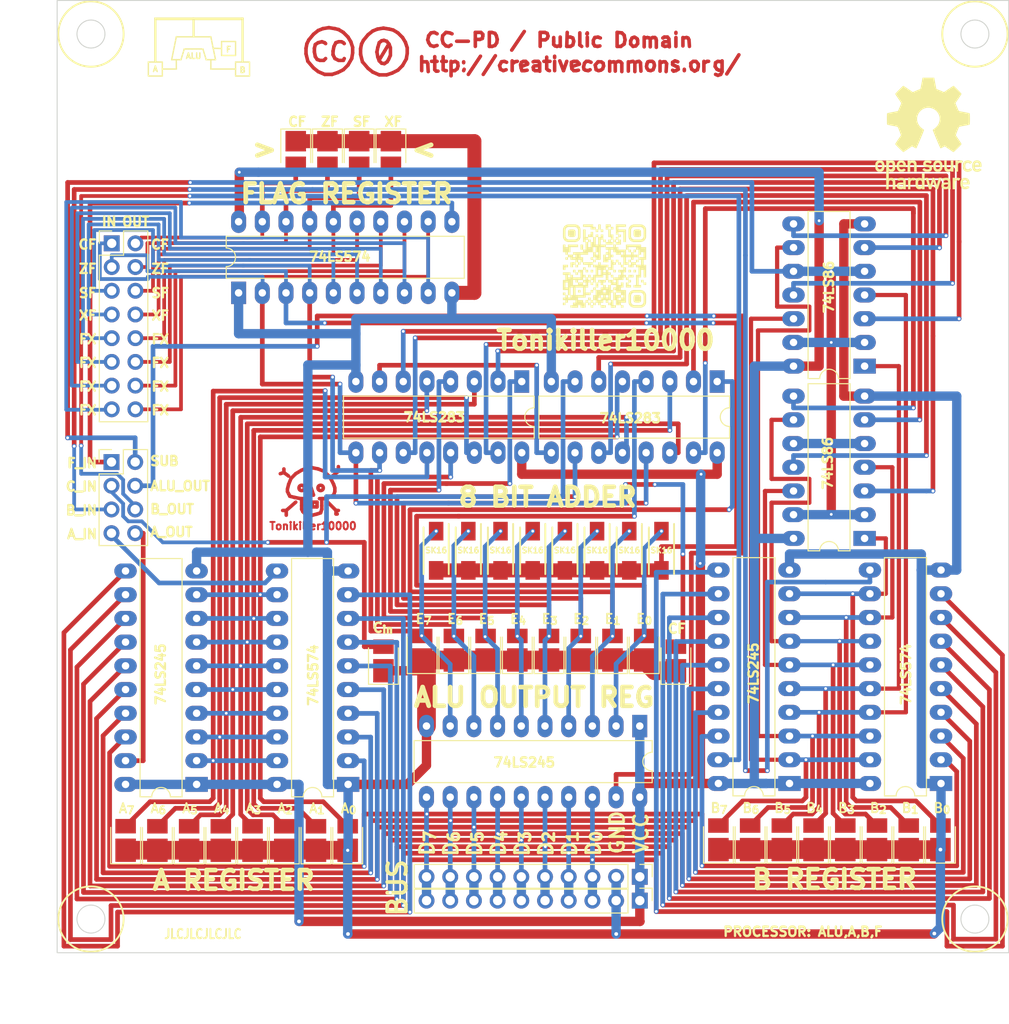
<source format=kicad_pcb>
(kicad_pcb (version 20211014) (generator pcbnew)
  (layers (0 "F.Cu" signal) (31 "B.Cu" signal) (34 "B.Paste" user) (35 "F.Paste" user) (36 "B.SilkS" user "B.Silkscreen") (37 "F.SilkS" user "F.Silkscreen") (38 "B.Mask" user) (39 "F.Mask" user) (44 "Edge.Cuts" user))
  (net 0 "")
  (net 1 "VCC")
  (net 2 "Earth")
  (net 3 "A OUT")
  (net 4 "A IN")
  (net 5 "SUB")
  (net 6 "Net-(U5-Pad9)")
  (net 7 "CARRY IN")
  (net 8 "Net-(U4-Pad11)")
  (net 9 "Net-(U4-Pad8)")
  (net 10 "Net-(U4-Pad6)")
  (net 11 "B IN")
  (net 12 "Net-(U4-Pad3)")
  (net 13 "ALU OUT")
  (net 14 "Flag Reg In")
  (net 15 "B OUT")
  (net 16 "XF")
  (net 17 "unconnected-(U2-Pad6)")
  (net 18 "unconnected-(U2-Pad7)")
  (net 19 "unconnected-(U2-Pad8)")
  (net 20 "unconnected-(U2-Pad9)")
  (net 21 "SIGN FLAG")
  (net 22 "CARRY FLAG")
  (net 23 "ZERO FLAG")
  (net 24 "/A7")
  (net 25 "/A6")
  (net 26 "/A5")
  (net 27 "/A4")
  (net 28 "/A3")
  (net 29 "/A2")
  (net 30 "/A1")
  (net 31 "ZERO FLAG IN")
  (net 32 "unconnected-(U2-Pad12)")
  (net 33 "/A0")
  (net 34 "CARRY FLAG IN")
  (net 35 "Sign Flag IN")
  (net 36 "unconnected-(U2-Pad13)")
  (net 37 "unconnected-(U2-Pad14)")
  (net 38 "unconnected-(U2-Pad15)")
  (net 39 "Net-(U7-Pad3)")
  (net 40 "/E0")
  (net 41 "/E1")
  (net 42 "/E2")
  (net 43 "/E3")
  (net 44 "/E4")
  (net 45 "/E5")
  (net 46 "/E6")
  (net 47 "/B0")
  (net 48 "/B1")
  (net 49 "/B2")
  (net 50 "/B3")
  (net 51 "/B4")
  (net 52 "/B5")
  (net 53 "/B6")
  (net 54 "/B7")
  (net 55 "/D7")
  (net 56 "/D6")
  (net 57 "/D5")
  (net 58 "/D4")
  (net 59 "/D3")
  (net 60 "/D2")
  (net 61 "/D1")
  (net 62 "/D0")
  (net 63 "Net-(U7-Pad6)")
  (net 64 "Net-(U7-Pad8)")
  (net 65 "Net-(U7-Pad11)")
  (net 66 "XF IN")
  (footprint "Package_DIP:DIP-20_W7.62mm_LongPads" (layer "F.Cu") (at 140.525 112.875 -90)
    (fp_text reference "U6" hide)
    (fp_text value "74LS245")
  )
  (footprint "Symbol:Symbol_CreativeCommonsPublicDomain_CopperTop_Small" (layer "F.Cu") (at 126.84968 40.52468)
    (fp_text reference "REF**" hide)
    (fp_text value "Symbol_CreativeCommonsPublicDomain_CopperTop_Small")
  )
  (footprint "LED_SMD:LED_PLCC_2835_Handsoldering" (layer "F.Cu") (at 162.55429 125.058228 90)
    (fp_text reference "D46" hide)
    (fp_text value "LED")
  )
  (footprint "Package_DIP:DIP-14_W7.62mm_LongPads" (layer "F.Cu") (at 164.625 74.325 180)
    (fp_text reference "U7" hide)
    (fp_text value "74LS86")
  )
  (footprint "Package_DIP:DIP-20_W7.62mm_LongPads" (layer "F.Cu") (at 109.265 119.125 180)
    (fp_text reference "U3" hide)
    (fp_text value "74LS574")
  )
  (footprint "LED_SMD:LED_PLCC_2835_Handsoldering" (layer "F.Cu") (at 127.4 104.75 90)
    (fp_text reference "D38" hide)
    (fp_text value "LED")
  )
  (footprint "Connector_PinHeader_2.54mm:PinHeader_2x04_P2.54mm_Vertical" (layer "F.Cu") (at 83.9 84.595)
    (fp_text reference "P1" hide)
    (fp_text value "PinHeader_2x04_P2.54mm_Vertical")
  )
  (footprint "SK16:DIOM5027X250N" (layer "F.Cu") (at 118.7 94.1 -90)
    (fp_text reference "D16" hide)
    (fp_text value "SK16")
  )
  (footprint "SK16:DIOM5027X250N" (layer "F.Cu") (at 135.95 94.1 -90)
    (fp_text reference "D29" hide)
    (fp_text value "SK16")
  )
  (footprint "Symbol:OSHW-Logo_11.4x12mm_SilkScreen" (layer "F.Cu") (at 171.45 49.4)
    (fp_text reference "REF**" hide)
    (fp_text value "OSHW-Logo_11.4x12mm_SilkScreen" hide)
  )
  (footprint "SK16:DIOM5027X250N" (layer "F.Cu") (at 132.5 94.1 -90)
    (fp_text reference "D30" hide)
    (fp_text value "SK16")
  )
  (footprint "LED_SMD:LED_PLCC_2835_Handsoldering" (layer "F.Cu") (at 92.22 125.135 90)
    (fp_text reference "D12" hide)
    (fp_text value "LED")
  )
  (footprint "LED_SMD:LED_PLCC_2835_Handsoldering" (layer "F.Cu") (at 102.42 125.135 90)
    (fp_text reference "D15" hide)
    (fp_text value "LED")
  )
  (footprint "Package_DIP:DIP-20_W7.62mm_LongPads" (layer "F.Cu") (at 97.525 66.475 90)
    (fp_text reference "U2" hide)
    (fp_text value "74LS574")
  )
  (footprint "Connector_PinHeader_2.54mm:PinHeader_2x08_P2.54mm_Vertical" (layer "F.Cu") (at 83.925 61.17)
    (fp_text reference "P4" hide)
    (fp_text value "Flag Reg")
  )
  (footprint "LED_SMD:LED_PLCC_2835_Handsoldering" (layer "F.Cu") (at 172.75429 125.058228 90)
    (fp_text reference "D49" hide)
    (fp_text value "LED")
  )
  (footprint "Package_DIP:DIP-20_W7.62mm_LongPads" (layer "F.Cu") (at 93.025 119.125 180)
    (fp_text reference "U1" hide)
    (fp_text value "74LS245")
  )
  (footprint "LED_SMD:LED_PLCC_2835_Handsoldering" (layer "F.Cu") (at 159.15429 125.058228 90)
    (fp_text reference "D45" hide)
    (fp_text value "LED")
  )
  (footprint "LED_SMD:LED_PLCC_2835_Handsoldering" (layer "F.Cu") (at 95.62 125.135 90)
    (fp_text reference "D13" hide)
    (fp_text value "LED")
  )
  (footprint "LED_SMD:LED_PLCC_2835_Handsoldering" (layer "F.Cu") (at 152.35429 125.058228 90)
    (fp_text reference "D43" hide)
    (fp_text value "LED")
  )
  (footprint "LED_SMD:LED_PLCC_2835_Handsoldering" (layer "F.Cu") (at 169.35429 125.058228 90)
    (fp_text reference "D48" hide)
    (fp_text value "LED")
  )
  (footprint "LED_SMD:LED_PLCC_2835_Handsoldering" (layer "F.Cu") (at 134.2 104.75 90)
    (fp_text reference "D36" hide)
    (fp_text value "LED")
  )
  (footprint "LED_SMD:LED_PLCC_2835_Handsoldering" (layer "F.Cu") (at 130.8 104.75 90)
    (fp_text reference "D37" hide)
    (fp_text value "LED")
  )
  (footprint "LED_SMD:LED_PLCC_2835_Handsoldering" (layer "F.Cu") (at 120.6 104.75 90)
    (fp_text reference "D40" hide)
    (fp_text value "LED")
  )
  (footprint "SK16:DIOM5027X250N" (layer "F.Cu") (at 129.05 94.1 -90)
    (fp_text reference "D31" hide)
    (fp_text value "SK16")
  )
  (footprint "LED_SMD:LED_PLCC_2835_Handsoldering" (layer "F.Cu") (at 88.82 125.135 90)
    (fp_text reference "D11" hide)
    (fp_text value "LED")
  )
  (footprint "SK16:DIOM5027X250N" (layer "F.Cu") (at 139.4 94.1 -90)
    (fp_text reference "D28" hide)
    (fp_text value "SK16")
  )
  (footprint "Package_DIP:DIP-20_W7.62mm_LongPads" (layer "F.Cu") (at 156.575 119.025 180)
    (fp_text reference "U10" hide)
    (fp_text value "74LS245")
  )
  (footprint "LED_SMD:LED_PLCC_2835" (layer "F.Cu") (at 103.65 51.125 -90)
    (fp_text reference "D2" hide)
    (fp_text value "XF")
  )
  (footprint "LED_SMD:LED_PLCC_2835" (layer "F.Cu") (at 113.85 51.125 -90)
    (fp_text reference "D5" hide)
    (fp_text value "CF")
  )
  (footprint "Package_DIP:DIP-20_W7.62mm_LongPads" (layer "F.Cu") (at 172.815 119.025 180)
    (fp_text reference "U9" hide)
    (fp_text value "74LS574")
  )
  (footprint "LED_SMD:LED_PLCC_2835_Handsoldering" (layer "F.Cu") (at 155.75429 125.058228 90)
    (fp_text reference "D44" hide)
    (fp_text value "LED")
  )
  (footprint "LED_SMD:LED_PLCC_2835" (layer "F.Cu") (at 110.45 51.125 -90)
    (fp_text reference "D4" hide)
    (fp_text value "ZF")
  )
  (footprint "Package_DIP:DIP-16_W7.62mm_LongPads" (layer "F.Cu") (at 127.875 75.975 -90)
    (fp_text reference "U8" hide)
    (fp_text value "74LS283")
  )
  (footprint "Connector_PinHeader_2.54mm:PinHeader_1x10_P2.54mm_Vertical" (layer "F.Cu") (at 140.53 131.575 -90)
    (fp_text reference "P3" hide)
    (fp_text value "PinHeader_1x10_P2.54mm_Vertical")
  )
  (footprint "SK16:DIOM5027X250N" (layer "F.Cu") (at 122.15 94.1 -90)
    (fp_text reference "D33" hide)
    (fp_text value "SK16")
  )
  (footprint "LED_SMD:LED_PLCC_2835_Handsoldering" (layer "F.Cu") (at 99.02 125.135 90)
    (fp_text reference "D14" hide)
    (fp_text value "LED")
  )
  (footprint "LED_SMD:LED_PLCC_2835_Handsoldering" (layer "F.Cu") (at 85.416062 125.126456 90)
    (fp_text reference "D10" hide)
    (fp_text value "LED")
  )
  (footprint "LED_SMD:LED_PLCC_2835_Handsoldering" (layer "F.Cu") (at 113.05 105.9 90)
    (fp_text reference "D1" hide)
    (fp_text value "C_{in}")
  )
  (footprint "Package_DIP:DIP-14_W7.62mm_LongPads" (layer "F.Cu") (at 164.625 92.775 180)
    (fp_text reference "U4" hide)
    (fp_text value "74LS86")
  )
  (footprint "LED_SMD:LED_PLCC_2835_Handsoldering" (layer "F.Cu") (at 124 104.75 90)
    (fp_text reference "D39" hide)
    (fp_text value "LED")
  )
  (footprint "LED_SMD:LED_PLCC_2835_Handsoldering" (layer "F.Cu") (at 144.4 105.9 90)
    (fp_text reference "D6" hide)
    (fp_text value "LED")
  )
  (footprint "LED_SMD:LED_PLCC_2835" (layer "F.Cu") (at 107.05 51.125 -90)
    (fp_text reference "D3" hide)
    (fp_text value "SF")
  )
  (footprint "SK16:DIOM5027X250N" (layer "F.Cu") (at 125.6 94.1 -90)
    (fp_text reference "D32" hide)
    (fp_text value "SK16")
  )
  (footprint "Connector_PinHeader_2.54mm:PinHeader_1x10_P2.54mm_Vertical" (layer "F.Cu") (at 140.53 129.025 -90)
    (fp_text reference "P2" hide)
    (fp_text value "PinHeader_1x10_P2.54mm_Vertical")
  )
  (footprint "LED_SMD:LED_PLCC_2835_Handsoldering" (layer "F.Cu") (at 148.95429 125.058228 90)
    (fp_text reference "D42" hide)
    (fp_text value "LED")
  )
  (footprint "LED_SMD:LED_PLCC_2835_Handsoldering" (layer "F.Cu") (at 141 104.75 90)
    (fp_text reference "D34" hide)
    (fp_text value "LED")
  )
  (footprint "LED_SMD:LED_PLCC_2835_Handsoldering" (layer "F.Cu") (at 117.2 104.75 90)
    (fp_text reference "D41" hide)
    (fp_text value "LED")
  )
  (footprint "Symbol:Symbol_Danger_CopperTop_Small" (layer "F.Cu") (at 105.3 87.75)
    (fp_text reference "REF**" hide)
    (fp_text value "Symbol_Danger_CopperTop_Small")
  )
  (footprint "LED_SMD:LED_PLCC_2835_Handsoldering" (layer "F.Cu") (at 137.6 104.75 90)
    (fp_text reference "D35" hide)
    (fp_text value "LED")
  )
  (footprint "SK16:DIOM5027X250N" (layer "F.Cu") (at 142.85 94.1 -90)
    (fp_text reference "D27" hide)
    (fp_text value "SK16")
  )
  (footprint "LED_SMD:LED_PLCC_2835_Handsoldering" (layer "F.Cu") (at 109.22 125.135 90)
    (fp_text reference "D18" hide)
    (fp_text value "LED")
  )
  (footprint "Package_DIP:DIP-16_W7.62mm_LongPads" (layer "F.Cu") (at 148.825 75.975 -90)
    (fp_text reference "U5" hide)
    (fp_text value "74LS283")
  )
  (footprint "LED_SMD:LED_PLCC_2835_Handsoldering" (layer "F.Cu") (at 165.95429 125.058228 90)
    (fp_text reference "D47" hide)
    (fp_text value "LED")
  )
  (footprint "LED_SMD:LED_PLCC_2835_Handsoldering" (layer "F.Cu") (at 105.82 125.135 90)
    (fp_text reference "D17" hide)
    (fp_text value "LED")
  )
  (footprint "LOGO" (layer "F.Cu") (at 136.75 63.6 -90)
    (fp_text reference "G***" hide)
    (fp_text value "LOGO" hide)
  )
  (gr_line (start 94.05 41.5) (end 95.05 41.5) (layer "F.SilkS") (width 0.15))
  (gr_circle (center 81.7 38.75) (end 81.7 42.25) (layer "F.SilkS") (width 0.2) (fill none))
  (gr_circle (center 81.7 133.55) (end 81.7 137.05) (layer "F.SilkS") (width 0.2) (fill none))
  (gr_line (start 89.35 42.5) (end 90.85 42.5) (layer "F.SilkS") (width 0.15))
  (gr_line (start 93.7 40.35) (end 94.05 41.5) (layer "F.SilkS") (width 0.15))
  (gr_rect (start 92.65 39.05) (end 92.75 37.05) (layer "F.SilkS") (width 0.15) (fill none))
  (gr_circle (center 176.45 133.55) (end 176.45 137.05) (layer "F.SilkS") (width 0.2) (fill none))
  (gr_line (start 90.85 41.5) (end 90.85 42.5) (layer "F.SilkS") (width 0.15))
  (gr_line (start 91.7 40.35) (end 91.35 41.5) (layer "F.SilkS") (width 0.15))
  (gr_rect (start 95.7 39.55) (end 97.2 41.05) (layer "F.SilkS") (width 0.15) (fill none))
  (gr_line (start 95.05 41.5) (end 94.55 39.05) (layer "F.SilkS") (width 0.15))
  (gr_rect (start 87.85 41.75) (end 89.35 43.25) (layer "F.SilkS") (width 0.15) (fill none))
  (gr_line (start 90.35 41.5) (end 90.85 39.05) (layer "F.SilkS") (width 0.15))
  (gr_line (start 94.55 39.05) (end 90.85 39.05) (layer "F.SilkS") (width 0.15))
  (gr_line (start 94.55 41.5) (end 94.55 42.5) (layer "F.SilkS") (width 0.15))
  (gr_rect (start 88.55 41.75) (end 88.65 37.1) (layer "F.SilkS") (width 0.15) (fill none))
  (gr_rect (start 98 37.2) (end 88.55 37.05) (layer "F.SilkS") (width 0.15) (fill none))
  (gr_line (start 95.7 40.3) (end 94.8 40.275) (layer "F.SilkS") (width 0.15))
  (gr_line (start 94.55 42.5) (end 97.2 42.5) (layer "F.SilkS") (width 0.15))
  (gr_line (start 91.7 40.35) (end 93.7 40.35) (layer "F.SilkS") (width 0.15))
  (gr_circle (center 176.45 38.75) (end 176.45 42.25) (layer "F.SilkS") (width 0.2) (fill none))
  (gr_rect (start 97.9 41.7) (end 98 37.05) (layer "F.SilkS") (width 0.15) (fill none))
  (gr_rect (start 97.2 41.75) (end 98.7 43.25) (layer "F.SilkS") (width 0.15) (fill none))
  (gr_line (start 91.35 41.5) (end 90.35 41.5) (layer "F.SilkS") (width 0.15))
  (gr_circle (center 176.45 133.55) (end 176.45 135.05) (layer "Edge.Cuts") (width 0.1) (fill none))
  (gr_circle (center 81.7 38.75) (end 81.7 40.25) (layer "Edge.Cuts") (width 0.1) (fill none))
  (gr_rect (start 78.0725 137.155) (end 180.0725 35.155) (layer "Edge.Cuts") (width 0.1) (fill none))
  (gr_circle (center 81.7 133.55) (end 81.7 135.05) (layer "Edge.Cuts") (width 0.1) (fill none))
  (gr_circle (center 176.45 38.75) (end 176.45 40.25) (layer "Edge.Cuts") (width 0.1) (fill none))
  (gr_text "Tonikiller10000" (at 105.5 91.45) (layer "F.Cu") (effects (font (size 0.8 0.8) (thickness 0.2))))
  (gr_text "D_{6}\n" (at 120.285555 125.475 90) (layer "F.SilkS") (effects (font (size 1.5 1.5) (thickness 0.3))))
  (gr_text "CF" (at 144.5 102.45) (layer "F.SilkS") (effects (font (size 1 1) (thickness 0.25))))
  (gr_text "A" (at 88.6 42.5) (layer "F.SilkS") (effects (font (size 0.6 0.6))))
  (gr_text "PROCESSOR: ALU,A,B,F" (at 158 134.9) (layer "F.SilkS") (effects (font (size 1 1) (thickness 0.25))))
  (gr_text "B_{6}\n" (at 152.428575 121.65) (layer "F.SilkS") (effects (font (size 1 1) (thickness 0.2))))
  (gr_text "C_IN\n" (at 80.678571 87.215) (layer "F.SilkS") (effects (font (size 1 1) (thickness 0.25))))
  (gr_text "A_{5}\n" (at 92.315 121.69) (layer "F.SilkS") (effects (font (size 1 1) (thickness 0.2))))
  (gr_text "B_{0}\n" (at 172.91429 121.65) (layer "F.SilkS") (effects (font (size 1 1) (thickness 0.2))))
  (gr_text "E_{6}\n" (at 120.728571 101.4) (layer "F.SilkS") (effects (font (size 1 1) (thickness 0.2))))
  (gr_text "E_{1}\n" (at 137.621426 101.4) (layer "F.SilkS") (effects (font (size 1 1) (thickness 0.2))))
  (gr_text "B_OUT" (at 90.392858 89.64) (layer "F.SilkS") (effects (font (size 1 1) (thickness 0.25))))
  (gr_text "D_{3}\n" (at 127.92222 125.475 90) (layer "F.SilkS") (effects (font (size 1.5 1.5) (thickness 0.3))))
  (gr_text "E_{2}\n" (at 134.242855 101.4) (layer "F.SilkS") (effects (font (size 1 1) (thickness 0.2))))
  (gr_text "FLAG REGISTER" (at 109.1 55.85) (layer "F.SilkS") (effects (font (size 2 2) (thickness 0.5))))
  (gr_text "B_{3}\n" (at 162.67143 121.65) (layer "F.SilkS") (effects (font (size 1 1) (thickness 0.2))))
  (gr_text "B_{2}\n" (at 166.085715 121.65) (layer "F.SilkS") (effects (font (size 1 1) (thickness 0.2))))
  (gr_text "E_{5}\n" (at 124.107142 101.4) (layer "F.SilkS") (effects (font (size 1 1) (thickness 0.2))))
  (gr_text "ZF" (at 89.12381 63.9) (layer "F.SilkS") (effects (font (size 1 1) (thickness 0.25))))
  (gr_text "OUT" (at 86.5 58.85) (layer "F.SilkS") (effects (font (size 1 1) (thickness 0.25))))
  (gr_text "A_OUT\n" (at 90.321429 92.09) (layer "F.SilkS") (effects (font (size 1 1) (thickness 0.25))))
  (gr_text "B_{4}\n" (at 159.257145 121.65) (layer "F.SilkS") (effects (font (size 1 1) (thickness 0.2))))
  (gr_text "D_{4}\n" (at 125.376665 125.45846 90) (layer "F.SilkS") (effects (font (size 1.5 1.5) (thickness 0.3))))
  (gr_text "F" (at 96.45 40.4) (layer "F.SilkS") (effects (font (size 0.6 0.6))))
  (gr_text "B REGISTER" (at 161.4 129.3) (layer "F.SilkS") (effects (font (size 2 2) (thickness 0.5))))
  (gr_text "<" (at 117.4 51.05) (layer "F.SilkS") (effects (font (size 2 2) (thickness 0.5))))
  (gr_text "A_{2}\n" (at 102.515 121.69) (layer "F.SilkS") (effects (font (size 1 1) (thickness 0.2))))
  (gr_text "FX" (at 89.12381 73.97857) (layer "F.SilkS") (effects (font (size 1 1) (thickness 0.25))))
  (gr_text "E_{3}\n" (at 130.864284 101.4) (layer "F.SilkS") (effects (font (size 1 1) (thickness 0.2))))
  (gr_text "E_{0}\n" (at 141 101.4) (layer "F.SilkS") (effects (font (size 1 1) (thickness 0.2))))
  (gr_text "D_{1}\n" (at 133.01333 125.475 90) (layer "F.SilkS") (effects (font (size 1.5 1.5) (thickness 0.3))))
  (gr_text " JLCJLCJLCJLC" (at 93.4 135.15) (layer "F.SilkS") (effects (font (size 1 0.8) (thickness 0.2))))
  (gr_text "A_IN\n" (at 80.75 92.315) (layer "F.SilkS") (effects (font (size 1 1) (thickness 0.25))))
  (gr_text "SF" (at 89.12381 66.5) (layer "F.SilkS") (effects (font (size 1 1) (thickness 0.25))))
  (gr_text "ALU OUTPUT REG" (at 129.2 109.8) (layer "F.SilkS") (effects (font (size 2 2) (thickness 0.5))))
  (gr_text "XF" (at 81.35 68.902142) (layer "F.SilkS") (effects (font (size 1 1) (thickness 0.25))))
  (gr_text "VCC\n" (at 140.649995 124.375 90) (layer "F.SilkS") (effects (font (size 1.5 1.5) (thickness 0.3))))
  (gr_text "SUB" (at 89.583334 84.49) (layer "F.SilkS") (effects (font (size 1 1) (thickness 0.25))))
  (gr_text "D_{0}\n" (at 135.558885 125.4625 90) (layer "F.SilkS") (effects (font (size 1.5 1.5) (thickness 0.3))))
  (gr_text "E_{7}\n" (at 117.35 101.4) (layer "F.SilkS") (effects (font (size 1 1) (thickness 0.2))))
  (gr_text "IN" (at 83.65 58.85) (layer "F.SilkS") (effects (font (size 1 1) (thickness 0.25))))
  (gr_text "B_{1}\n" (at 169.5 121.65) (layer "F.SilkS") (effects (font (size 1 1) (thickness 0.2))))
  (gr_text "B_{7}\n" (at 149.01429 121.65) (layer "F.SilkS") (effects (font (size 1 1) (thickness 0.2))))
  (gr_text "D_{2}\n" (at 130.467775 125.475 90) (layer "F.SilkS") (effects (font (size 1.5 1.5) (thickness 0.3))))
  (gr_text "BUS" (at 114.55 130.2 90) (layer "F.SilkS") (effects (font (size 2 2) (thickness 0.4))))
  (gr_text "FX" (at 81.35 79.045) (layer "F.SilkS") (effects (font (size 1 1) (thickness 0.25))))
  (gr_text "E_{4}\n" (at 127.485713 101.4) (layer "F.SilkS") (effects (font (size 1 1) (thickness 0.2))))
  (gr_text ">" (at 100.3 51.05) (layer "F.SilkS") (effects (font (size 2 2) (thickness 0.5))))
  (gr_text "XF" (at 89.12381 68.907142) (layer "F.SilkS") (effects (font (size 1 1) (thickness 0.25))))
  (gr_text "B_{5}\n" (at 155.84286 121.65) (layer "F.SilkS") (effects (font (size 1 1) (thickness 0.2))))
  (gr_text "Tonikiller10000" (at 136.85 71.55) (layer "F.SilkS") (effects (font (size 2 2) (thickness 0.5))))
  (gr_text "D_{5}\n" (at 122.83111 125.475 90) (layer "F.SilkS") (effects (font (size 1.5 1.5) (thickness 0.3))))
  (gr_text "CF" (at 89.1 61.3) (layer "F.SilkS") (effects (font (size 1 1) (thickness 0.25))))
  (gr_text "SF" (at 81.35 66.495) (layer "F.SilkS") (effects (font (size 1 1) (thickness 0.25))))
  (gr_text "A_{6}\n" (at 88.915 121.69) (layer "F.SilkS") (effects (font (size 1 1) (thickness 0.2))))
  (gr_text "A_{4}\n" (at 95.715 121.69) (layer "F.SilkS") (effects (font (size 1 1) (thickness 0.2))))
  (gr_text "A_{1}\n" (at 105.915 121.69) (layer "F.SilkS") (effects (font (size 1 1) (thickness 0.2))))
  (gr_text "ZF" (at 81.35 63.895) (layer "F.SilkS") (effects (font (size 1 1) (thickness 0.25))))
  (gr_text "A_{0}\n" (at 109.315 121.69) (layer "F.SilkS") (effects (font (size 1 1) (thickness 0.2))))
  (gr_text "B_IN\n" (at 80.678571 89.765) (layer "F.SilkS") (effects (font (size 1 1) (thickness 0.25))))
  (gr_text "F_IN\n" (at 80.75 84.715) (layer "F.SilkS") (effects (font (size 1 1) (thickness 0.25))))
  (gr_text "A_{3}\n" (at 99.115 121.69) (layer "F.SilkS") (effects (font (size 1 1) (thickness 0.2))))
  (gr_text "8 BIT ADDER" (at 130.65 88.35) (layer "F.SilkS") (effects (font (size 2 2) (thickness 0.5))))
  (gr_text "GND" (at 138.10444 124.275 90) (layer "F.SilkS") (effects (font (size 1.5 1.5) (thickness 0.3))))
  (gr_text "FX" (at 89.12381 76.514284) (layer "F.SilkS") (effects (font (size 1 1) (thickness 0.25))))
  (gr_text "A REGISTER" (at 97 129.4) (layer "F.SilkS") (effects (font (size 2 2) (thickness 0.5))))
  (gr_text "FX" (at 89.12381 79.05) (layer "F.SilkS") (effects (font (size 1 1) (thickness 0.25))))
  (gr_text "A_{7}\n" (at 85.515 121.69) (layer "F.SilkS") (effects (font (size 1 1) (thickness 0.2))))
  (gr_text "D_{7}\n" (at 117.74 125.425 90) (layer "F.SilkS") (effects (font (size 1.5 1.5) (thickness 0.3))))
  (gr_text "CF" (at 81.32619 61.295) (layer "F.SilkS") (effects (font (size 1 1) (thickness 0.25))))
  (gr_text "B" (at 97.95 42.6) (layer "F.SilkS") (effects (font (size 0.6 0.6))))
  (gr_text "FX" (at 81.35 73.97357) (layer "F.SilkS") (effects (font (size 1 1) (thickness 0.25))))
  (gr_text "FX" (at 81.35 76.509284) (layer "F.SilkS") (effects (font (size 1 1) (thickness 0.25))))
  (gr_text "FX" (at 89.12381 71.442856) (layer "F.SilkS") (effects (font (size 1 1) (thickness 0.25))))
  (gr_text "ALU" (at 92.7 41.1) (layer "F.SilkS") (effects (font (size 0.6 0.6))))
  (gr_text "ALU_OUT" (at 91.25 87.165) (layer "F.SilkS") (effects (font (size 1 1) (thickness 0.25))))
  (gr_text "FX" (at 81.35 71.437856) (layer "F.SilkS") (effects (font (size 1 1) (thickness 0.25))))
  (segment (start 159.75 74.325) (end 159.75 67.55) (width 1) (layer "F.Cu") (net 1))
  (segment (start 157.005 74.325) (end 159.75 74.325) (width 1) (layer "F.Cu") (net 1))
  (segment (start 148.825 85.9) (end 148.825 83.595) (width 1) (layer "F.Cu") (net 1))
  (segment (start 147.1 85.9) (end 148.825 85.9) (width 1) (layer "F.Cu") (net 1))
  (segment (start 127.875 85.9) (end 147.1 85.9) (width 1) (layer "F.Cu") (net 1))
  (segment (start 147.025 119.025) (end 140.675 119.025) (width 1) (layer "F.Cu") (net 1))
  (segment (start 140.55 133.8) (end 104 133.8) (width 1) (layer "F.Cu") (net 1))
  (segment (start 147.025 95.475) (end 147.025 119.025) (width 1) (layer "F.Cu") (net 1))
  (segment (start 140.525 119.175) (end 140.525 120.495) (width 1) (layer "F.Cu") (net 1))
  (segment (start 140.53 129.025) (end 140.53 133.78) (width 1) (layer "F.Cu") (net 1))
  (segment (start 127.875 83.595) (end 127.875 85.9) (width 1) (layer "F.Cu") (net 1))
  (segment (start 140.53 133.78) (end 140.55 133.8) (width 1) (layer "F.Cu") (net 1))
  (segment (start 159.75 67.55) (end 159.75 58.75) (width 1) (layer "F.Cu") (net 1))
  (segment (start 97.6 53.55) (end 97.6 58.855) (width 1) (layer "F.Cu") (net 1))
  (segment (start 97.6 58.855) (end 97.525 58.855) (width 1) (layer "F.Cu") (net 1))
  (segment (start 140.675 119.025) (end 140.525 119.175) (width 1) (layer "F.Cu") (net 1))
  (segment (start 148.955 119.025) (end 147.025 119.025) (width 1) (layer "F.Cu") (net 1))
  (segment (start 147 95.45) (end 147.025 95.475) (width 1) (layer "F.Cu") (net 1))
  (via (at 147 95.45) (size 0.5) (drill 0.3) (layers "F.Cu" "B.Cu") (net 1))
  (via (at 97.6 53.55) (size 0.5) (drill 0.3) (layers "F.Cu" "B.Cu") (net 1))
  (via (at 159.75 58.75) (size 0.5) (drill 0.3) (layers "F.Cu" "B.Cu") (net 1))
  (via (at 147.1 85.9) (size 0.5) (drill 0.3) (layers "F.Cu" "B.Cu") (net 1))
  (via (at 104 133.8) (size 0.8) (drill 0.4) (layers "F.Cu" "B.Cu") (net 1))
  (segment (start 99.65 53.55) (end 97.6 53.55) (width 1) (layer "B.Cu") (net 1))
  (segment (start 154.075 119.025) (end 156.575 119.025) (width 1) (layer "B.Cu") (net 1))
  (segment (start 140.525 120.495) (end 140.525 131.575) (width 1) (layer "B.Cu") (net 1))
  (segment (start 85.405 119.125) (end 93.025 119.125) (width 1) (layer "B.Cu") (net 1))
  (segment (start 152.8 74.325) (end 157.005 74.325) (width 1) (layer "B.Cu") (net 1))
  (segment (start 157.005 92.775) (end 152.8 92.775) (width 1) (layer "B.Cu") (net 1))
  (segment (start 104 119.125) (end 101.645 119.125) (width 1) (layer "B.Cu") (net 1))
  (segment (start 140.525 120.495) (end 140.525 112.875) (width 1) (layer "B.Cu") (net 1))
  (segment (start 159.75 58.75) (end 159.75 53.55) (width 1) (layer "B.Cu") (net 1))
  (segment (start 148.955 119.025) (end 154.075 119.025) (width 1) (layer "B.Cu") (net 1))
  (segment (start 156.575 119.025) (end 165.195 119.025) (width 1) (layer "B.Cu") (net 1))
  (segment (start 104 133.8) (end 104 119.125) (width 1) (layer "B.Cu") (net 1))
  (segment (start 159.75 53.55) (end 99.65 53.55) (width 1) (layer "B.Cu") (net 1))
  (segment (start 152.8 92.775) (end 152.8 74.325) (width 1) (layer "B.Cu") (net 1))
  (segment (start 147.05 95.4) (end 147.05 85.9) (width 1) (layer "B.Cu") (net 1))
  (segment (start 152.8 119.025) (end 152.8 92.775) (width 1) (layer "B.Cu") (net 1))
  (segment (start 154.075 119.025) (end 152.8 119.025) (width 1) (layer "B.Cu") (net 1))
  (segment (start 93.025 119.125) (end 101.645 119.125) (width 1) (layer "B.Cu") (net 1))
  (segment (start 140.525 131.575) (end 140.53 131.575) (width 1) (layer "B.Cu") (net 1))
  (segment (start 147 95.45) (end 147.05 95.4) (width 1) (layer "B.Cu") (net 1))
  (segment (start 147.05 85.9) (end 147.1 85.9) (width 1) (layer "B.Cu") (net 1))
  (segment (start 85.416062 126.176456) (end 109.211456 126.176456) (width 2) (layer "F.Cu") (net 2))
  (segment (start 141 105.8) (end 117.2 105.8) (width 2) (layer "F.Cu") (net 2))
  (segment (start 113.05 106.95) (end 117.63 106.95) (width 1) (layer "F.Cu") (net 2))
  (segment (start 162.4 59.085) (end 164.625 59.085) (width 1) (layer "F.Cu") (net 2))
  (segment (start 138 135.15) (end 109.25 135.15) (width 1) (layer "F.Cu") (net 2))
  (segment (start 109.211456 126.176456) (end 109.22 126.185) (width 2) (layer "F.Cu") (net 2))
  (segment (start 117.665 109.235) (end 117.665 112.875) (width 2) (layer "F.Cu") (net 2))
  (segment (start 103.65 50.225) (end 113.85 50.225) (width 1.5) (layer "F.Cu") (net 2))
  (segment (start 117.665 117.085) (end 117.665 112.875) (width 1) (layer "F.Cu") (net 2))
  (segment (start 172.1 135.1) (end 172.05 135.15) (width 1) (layer "F.Cu") (net 2))
  (segment (start 164.625 77.535) (end 162.4 77.535) (width 1) (layer "F.Cu") (net 2))
  (segment (start 117.665 105.8) (end 117.665 106.915) (width 2) (layer "F.Cu") (net 2))
  (segment (start 142.15 106.95) (end 144.4 106.95) (width 2) (layer "F.Cu") (net 2))
  (segment (start 113.85 50.225) (end 122.8 50.225) (width 1.5) (layer "F.Cu") (net 2))
  (segment (start 141 105.8) (end 142.15 106.95) (width 2) (layer "F.Cu") (net 2))
  (segment (start 122.8 50.225) (end 122.8 66.475) (width 1.5) (layer "F.Cu") (net 2))
  (segment (start 117.63 106.95) (end 117.665 106.915) (width 1) (layer "F.Cu") (net 2))
  (segment (start 109.265 119.125) (end 115.625 119.125) (width 1) (layer "F.Cu") (net 2))
  (segment (start 122.8 66.475) (end 120.385 66.475) (width 1.5) (layer "F.Cu") (net 2))
  (segment (start 172.05 135.15) (end 138 135.15) (width 1) (layer "F.Cu") (net 2))
  (segment (start 117.665 106.915) (end 117.665 109.235) (width 2) (layer "F.Cu") (net 2))
  (segment (start 148.95429 126.108228) (end 172.75429 126.108228) (width 2) (layer "F.Cu") (net 2))
  (segment (start 117.2 105.8) (end 117.665 105.8) (width 2) (layer "F.Cu") (net 2))
  (segment (start 115.625 119.125) (end 117.665 117.085) (width 1) (layer "F.Cu") (net 2))
  (segment (start 162.4 77.535) (end 162.4 59.085) (width 1) (layer "F.Cu") (net 2))
  (via (at 109.25 135.15) (size 0.8) (drill 0.4) (layers "F.Cu" "B.Cu") (net 2))
  (via (at 172.75429 126.108228) (size 0.8) (drill 0.4) (layers "F.Cu" "B.Cu") (net 2))
  (via (at 172.1 135.1) (size 0.8) (drill 0.4) (layers "F.Cu" "B.Cu") (net 2))
  (via (at 109.22 126.185) (size 0.8) (drill 0.34) (layers "F.Cu" "B.Cu") (net 2))
  (via (at 138 135.15) (size 0.8) (drill 0.4) (layers "F.Cu" "B.Cu") (net 2))
  (segment (start 110.095 70.85) (end 110.095 69.25) (width 1) (layer "B.Cu") (net 2))
  (segment (start 174.5 77.535) (end 174.5 96.165) (width 1) (layer "B.Cu") (net 2))
  (segment (start 109.265 96.265) (end 107.05 96.265) (width 1) (layer "B.Cu") (net 2))
  (segment (start 107.05 96.265) (end 107.05 119.125) (width 1) (layer "B.Cu") (net 2))
  (segment (start 109.265 119.125) (end 109.265 126.185) (width 1) (layer "B.Cu") (net 2))
  (segment (start 93.025 94.25) (end 104.95 94.25) (width 1) (layer "B.Cu") (net 2))
  (segment (start 120.385 69.25) (end 120.385 66.475) (width 1) (layer "B.Cu") (net 2))
  (segment (start 174.5 96.165) (end 172.815 96.165) (width 1) (layer "B.Cu") (net 2))
  (segment (start 131.045 69.25) (end 131.045 75.975) (width 1) (layer "B.Cu") (net 2))
  (segment (start 104.95 74.2) (end 110.095 74.2) (width 1) (layer "B.Cu") (net 2))
  (segment (start 109.22 126.185) (end 109.22 135.15) (width 1) (layer "B.Cu") (net 2))
  (segment (start 170.7 119.025) (end 172.815 119.025) (width 1) (layer "B.Cu") (net 2))
  (segment (start 164.625 77.535) (end 174.5 77.535) (width 1) (layer "B.Cu") (net 2))
  (segment (start 120.385 69.25) (end 131.045 69.25) (width 1) (layer "B.Cu") (net 2))
  (segment (start 172.815 119.025) (end 172.815 126.108228) (width 1) (layer "B.Cu") (net 2))
  (segment (start 107.05 94.25) (end 107.05 96.265) (width 1) (layer "B.Cu") (net 2))
  (segment (start 170.7 96.165) (end 170.7 119.025) (width 1) (layer "B.Cu") (net 2))
  (segment (start 156.575 94.45) (end 170.7 94.45) (width 1) (layer "B.Cu") (net 2))
  (segment (start 156.575 96.165) (end 156.575 94.45) (width 1) (layer "B.Cu") (net 2))
  (segment (start 109.22 135.15) (end 109.25 135.15) (width 1) (layer "B.Cu") (net 2))
  (segment (start 172.1 135.1) (end 172.75429 134.44571) (width 1) (layer "B.Cu") (net 2))
  (segment (start 110.095 74.2) (end 110.095 75.975) (width 1) (layer "B.Cu") (net 2))
  (segment (start 97.525 70.85) (end 110.095 70.85) (width 1) (layer "B.Cu") (net 2))
  (segment (start 97.525 66.475) (end 97.525 70.85) (width 1) (layer "B.Cu") (net 2))
  (segment (start 109.265 126.185) (end 109.22 126.185) (width 1) (layer "B.Cu") (net 2))
  (segment (start 172.815 96.165) (end 170.7 96.165) (width 1) (layer "B.Cu") (net 2))
  (segment (start 170.7 94.45) (end 170.7 96.165) (width 1) (layer "B.Cu") (net 2))
  (segment (start 104.95 94.25) (end 104.95 74.2) (width 1) (layer "B.Cu") (net 2))
  (segment (start 107.05 119.125) (end 109.265 119.125) (width 1) (layer "B.Cu") (net 2))
  (segment (start 104.95 94.25) (end 107.05 94.25) (width 1) (layer "B.Cu") (net 2))
  (segment (start 110.095 70.85) (end 110.095 74.2) (width 1) (layer "B.Cu") (net 2))
  (segment (start 137.99 135.14) (end 138 135.15) (width 1) (layer "B.Cu") (net 2))
  (segment (start 137.99 129.025) (end 137.99 131.575) (width 1) (layer "B.Cu") (net 2))
  (segment (start 172.815 126.108228) (end 172.75429 126.108228) (width 1) (layer "B.Cu") (net 2))
  (segment (start 110.095 69.25) (end 120.385 69.25) (width 1) (layer "B.Cu") (net 2))
  (segment (start 137.99 131.575) (end 137.99 135.14) (width 1) (layer "B.Cu") (net 2))
  (segment (start 93.025 96.265) (end 93.025 94.25) (width 1) (layer "B.Cu") (net 2))
  (segment (start 172.75429 134.44571) (end 172.75429 126.108228) (width 1) (layer "B.Cu") (net 2))
  (segment (start 87.3 92.22) (end 86.445 92.22) (width 0.5) (layer "F.Cu") (net 3))
  (segment (start 87.3 116.585) (end 87.3 92.22) (width 0.5) (layer "F.Cu") (net 3))
  (segment (start 86.445 92.22) (end 86.44 92.215) (width 0.5) (layer "F.Cu") (net 3))
  (segment (start 85.405 116.585) (end 87.3 116.585) (width 0.5) (layer "F.Cu") (net 3))
  (segment (start 101.645 96.265) (end 100.36 97.55) (width 0.5) (layer "B.Cu") (net 4))
  (segment (start 89 97.55) (end 83.9 92.45) (width 0.5) (layer "B.Cu") (net 4))
  (segment (start 83.64 92.565) (end 84.04 92.165) (width 0.5) (layer "B.Cu") (net 4))
  (segment (start 100.36 97.55) (end 89 97.55) (width 0.5) (layer "B.Cu") (net 4))
  (segment (start 83.9 92.45) (end 83.9 92.215) (width 0.5) (layer "B.Cu") (net 4))
  (segment (start 79.2 82) (end 79.2 54.65) (width 0.5) (layer "F.Cu") (net 5))
  (segment (start 161.05 90.2) (end 161.05 64.165) (width 1) (layer "F.Cu") (net 5))
  (segment (start 79.2 54.65) (end 92.35 54.65) (width 0.5) (layer "F.Cu") (net 5))
  (via (at 161.05 90.2) (size 0.5) (drill 0.3) (layers "F.Cu" "B.Cu") (net 5))
  (via (at 161.05 71.785) (size 0.5) (drill 0.3) (layers "F.Cu" "B.Cu") (net 5))
  (via (at 161.05 82.615) (size 0.5) (drill 0.3) (layers "F.Cu" "B.Cu") (net 5))
  (via (at 92.35 54.65) (size 0.5) (drill 0.3) (layers "F.Cu" "B.Cu") (net 5))
  (via (at 79.2 82) (size 0.5) (drill 0.3) (layers "F.Cu" "B.Cu") (net 5))
  (via (at 161.05 64.165) (size 0.5) (drill 0.3) (layers "F.Cu" "B.Cu") (net 5))
  (segment (start 157.005 64.165) (end 152.55 64.165) (width 0.5) (layer "B.Cu") (net 5))
  (segment (start 157.005 82.615) (end 161.05 82.615) (width 1) (layer "B.Cu") (net 5))
  (segment (start 161.05 71.785) (end 164.625 71.785) (width 1) (layer "B.Cu") (net 5))
  (segment (start 79.2 82) (end 86.44 82) (width 0.5) (layer "B.Cu") (net 5))
  (segment (start 157.005 71.785) (end 161.05 71.785) (width 1) (layer "B.Cu") (net 5))
  (segment (start 86.44 82) (end 86.44 84.595) (width 0.5) (layer "B.Cu") (net 5))
  (segment (start 161.05 64.165) (end 157.005 64.165) (width 1) (layer "B.Cu") (net 5))
  (segment (start 152.55 64.165) (end 152.55 54.65) (width 0.5) (layer "B.Cu") (net 5))
  (segment (start 161.05 82.615) (end 164.625 82.615) (width 1) (layer "B.Cu") (net 5))
  (segment (start 152.55 54.65) (end 92.35 54.65) (width 0.5) (layer "B.Cu") (net 5))
  (segment (start 157.005 90.235) (end 160.865 90.235) (width 1) (layer "B.Cu") (net 5))
  (segment (start 164.625 64.165) (end 161.05 64.165) (width 1) (layer "B.Cu") (net 5))
  (segment (start 160.865 90.235) (end 164.625 90.235) (width 1) (layer "B.Cu") (net 5))
  (segment (start 129.475 74.225) (end 112.635 74.225) (width 0.5) (layer "F.Cu") (net 6))
  (segment (start 112.635 74.225) (end 112.635 75.975) (width 0.5) (layer "F.Cu") (net 6))
  (via (at 129.475 74.225) (size 0.5) (drill 0.3) (layers "F.Cu" "B.Cu") (net 6))
  (segment (start 131.045 83.595) (end 129.475 83.595) (width 0.5) (layer "B.Cu") (net 6))
  (segment (start 129.475 83.595) (end 129.475 74.225) (width 0.5) (layer "B.Cu") (net 6))
  (segment (start 106.95 93.2) (end 100.65 93.2) (width 0.5) (layer "F.Cu") (net 7))
  (segment (start 111 104.375) (end 113.05 104.375) (width 0.5) (layer "F.Cu") (net 7))
  (segment (start 111 93.2) (end 111 104.375) (width 0.5) (layer "F.Cu") (net 7))
  (segment (start 111 93.2) (end 106.95 93.2) (width 0.5) (layer "F.Cu") (net 7))
  (via (at 106.95 93.2) (size 0.5) (drill 0.3) (layers "F.Cu" "B.Cu") (net 7))
  (via (at 100.65 93.2) (size 0.5) (drill 0.3) (layers "F.Cu" "B.Cu") (net 7))
  (segment (start 89.4 93.2) (end 100.65 93.2) (width 0.4) (layer "B.Cu") (net 7))
  (segment (start 85.15 89.05) (end 85.15 90.395) (width 0.4) (layer "B.Cu") (net 7))
  (segment (start 85.705 90.95) (end 87.15 90.95) (width 0.4) (layer "B.Cu") (net 7))
  (segment (start 83.9 87.135) (end 83.9 87.8) (width 0.4) (layer "B.Cu") (net 7))
  (segment (start 85.15 90.395) (end 85.705 90.95) (width 0.4) (layer "B.Cu") (net 7))
  (segment (start 106.95 88.3) (end 106.95 93.2) (width 0.5) (layer "B.Cu") (net 7))
  (segment (start 87.15 90.95) (end 89.4 93.2) (width 0.4) (layer "B.Cu") (net 7))
  (segment (start 83.9 87.8) (end 85.15 89.05) (width 0.4) (layer "B.Cu") (net 7))
  (segment (start 132.3 88.3) (end 106.95 88.3) (width 0.5) (layer "B.Cu") (net 7))
  (segment (start 133.585 75.975) (end 132.3 75.975) (width 0.5) (layer "B.Cu") (net 7))
  (segment (start 132.3 75.975) (end 132.3 88.3) (width 0.5) (layer "B.Cu") (net 7))
  (segment (start 145.55 74.1) (end 145.55 56.05) (width 0.5) (layer "F.Cu") (net 8))
  (segment (start 137.4 74.1) (end 145.55 74.1) (width 0.5) (layer "F.Cu") (net 8))
  (segment (start 145.55 56.05) (end 171.25 56.05) (width 0.5) (layer "F.Cu") (net 8))
  (segment (start 171.25 56.05) (end 171.25 83.9) (width 0.5) (layer "F.Cu") (net 8))
  (via (at 137.4 74.1) (size 0.5) (drill 0.3) (layers "F.Cu" "B.Cu") (net 8))
  (via (at 171.25 83.9) (size 0.5) (drill 0.3) (layers "F.Cu" "B.Cu") (net 8))
  (segment (start 136.125 83.595) (end 137.4 83.595) (width 0.5) (layer "B.Cu") (net 8))
  (segment (start 157.005 85.155) (end 157.005 83.9) (width 0.5) (layer "B.Cu") (net 8))
  (segment (start 157.005 83.9) (end 171.25 83.9) (width 0.5) (layer "B.Cu") (net 8))
  (segment (start 137.4 83.595) (end 137.4 74.1) (width 0.5) (layer "B.Cu") (net 8))
  (segment (start 169.85 57.95) (end 169.85 57.55) (width 0.5) (layer "F.Cu") (net 9))
  (segment (start 169.85 57.45) (end 169.85 57.95) (width 0.5) (layer "F.Cu") (net 9))
  (segment (start 147.55 74) (end 147.55 57.45) (width 0.5) (layer "F.Cu") (net 9))
  (segment (start 147.55 57.45) (end 169.85 57.45) (width 0.5) (layer "F.Cu") (net 9))
  (segment (start 169.85 57.95) (end 169.85 78.8) (width 0.5) (layer "F.Cu") (net 9))
  (via (at 169.85 78.8) (size 0.5) (drill 0.3) (layers "F.Cu" "B.Cu") (net 9))
  (via (at 147.55 74) (size 0.5) (drill 0.3) (layers "F.Cu" "B.Cu") (net 9))
  (segment (start 147.55 83.595) (end 147.55 74) (width 0.5) (layer "B.Cu") (net 9))
  (segment (start 157.005 77.535) (end 157.005 78.8) (width 0.5) (layer "B.Cu") (net 9))
  (segment (start 146.285 83.595) (end 147.55 83.595) (width 0.5) (layer "B.Cu") (net 9))
  (segment (start 157.005 78.8) (end 169.85 78.8) (width 0.5) (layer "B.Cu") (net 9))
  (segment (start 170.55 56.75) (end 170.55 80.075) (width 0.5) (layer "F.Cu") (net 10))
  (segment (start 170.55 80.075) (end 170.525 80.075) (width 0.5) (layer "F.Cu") (net 10))
  (segment (start 146.285 75.975) (end 146.285 56.75) (width 0.5) (layer "F.Cu") (net 10))
  (segment (start 146.285 56.75) (end 170.55 56.75) (width 0.5) (layer "F.Cu") (net 10))
  (via (at 170.525 80.075) (size 0.5) (drill 0.3) (layers "F.Cu" "B.Cu") (net 10))
  (segment (start 164.625 80.075) (end 170.525 80.075) (width 0.5) (layer "B.Cu") (net 10))
  (segment (start 154.2 117.65) (end 151.85 117.65) (width 0.5) (layer "F.Cu") (net 11))
  (segment (start 79.9 82.9) (end 79.9 55.4) (width 0.5) (layer "F.Cu") (net 11))
  (segment (start 79.9 55.4) (end 92.3 55.4) (width 0.5) (layer "F.Cu") (net 11))
  (via (at 154.2 117.65) (size 0.5) (drill 0.3) (layers "F.Cu" "B.Cu") (net 11))
  (via (at 79.9 82.9) (size 0.5) (drill 0.3) (layers "F.Cu" "B.Cu") (net 11))
  (via (at 92.3 55.4) (size 0.5) (drill 0.3) (layers "F.Cu" "B.Cu") (net 11))
  (via (at 151.85 117.65) (size 0.5) (drill 0.3) (layers "F.Cu" "B.Cu") (net 11))
  (segment (start 151.85 62.45) (end 151.85 55.4) (width 0.5) (layer "B.Cu") (net 11))
  (segment (start 79.9 89.675) (end 83.9 89.675) (width 0.4) (layer "B.Cu") (net 11))
  (segment (start 151.85 117.65) (end 151.85 62.45) (width 0.5) (layer "B.Cu") (net 11))
  (segment (start 79.9 82.9) (end 79.9 89.675) (width 0.4) (layer "B.Cu") (net 11))
  (segment (start 160.45 97.45) (end 154.2 97.45) (width 0.5) (layer "B.Cu") (net 11))
  (segment (start 165.195 96.165) (end 165.195 97.45) (width 0.5) (layer "B.Cu") (net 11))
  (segment (start 165.195 97.45) (end 160.45 97.45) (width 0.5) (layer "B.Cu") (net 11))
  (segment (start 151.85 55.4) (end 105.45 55.4) (width 0.5) (layer "B.Cu") (net 11))
  (segment (start 154.2 97.45) (end 154.2 117.65) (width 0.5) (layer "B.Cu") (net 11))
  (segment (start 105.45 55.4) (end 92.3 55.4) (width 0.5) (layer "B.Cu") (net 11))
  (segment (start 171.95 55.35) (end 171.95 71.1) (width 0.5) (layer "F.Cu") (net 12))
  (segment (start 144.85 73.4) (end 144.85 55.35) (width 0.5) (layer "F.Cu") (net 12))
  (segment (start 144.85 55.35) (end 171.95 55.35) (width 0.5) (layer "F.Cu") (net 12))
  (segment (start 136.125 73.4) (end 144.85 73.4) (width 0.5) (layer "F.Cu") (net 12))
  (segment (start 136.125 75.975) (end 136.125 73.4) (width 0.5) (layer "F.Cu") (net 12))
  (segment (start 171.95 87.7) (end 171.95 71.0875) (width 0.5) (layer "F.Cu") (net 12))
  (via (at 171.95 87.7) (size 0.5) (drill 0.3) (layers "F.Cu" "B.Cu") (net 12))
  (segment (start 171.945 87.695) (end 171.25 87.695) (width 0.5) (layer "B.Cu") (net 12))
  (segment (start 171.95 87.7) (end 171.945 87.695) (width 0.5) (layer "B.Cu") (net 12))
  (segment (start 164.625 87.695) (end 171.25 87.695) (width 0.5) (layer "B.Cu") (net 12))
  (segment (start 151.6 94.35) (end 151.6 68.95) (width 0.5) (layer "F.Cu") (net 13))
  (segment (start 137.985 118.05) (end 146.05 118.05) (width 0.5) (layer "F.Cu") (net 13))
  (segment (start 137.985 120.495) (end 137.985 118.05) (width 0.5) (layer "F.Cu") (net 13))
  (segment (start 146.05 118.05) (end 146.05 94.35) (width 0.5) (layer "F.Cu") (net 13))
  (segment (start 146.05 94.35) (end 151.6 94.35) (width 0.5) (layer "F.Cu") (net 13))
  (segment (start 141.3 68.95) (end 105.95 68.95) (width 0.5) (layer "F.Cu") (net 13))
  (segment (start 151.6 68.95) (end 148.45 68.95) (width 0.5) (layer "F.Cu") (net 13))
  (segment (start 105.95 68.95) (end 105.95 72.2) (width 0.5) (layer "F.Cu") (net 13))
  (via (at 148.45 68.95) (size 0.5) (drill 0.3) (layers "F.Cu" "B.Cu") (net 13))
  (via (at 141.3 68.95) (size 0.5) (drill 0.3) (layers "F.Cu" "B.Cu") (net 13))
  (via (at 105.95 72.2) (size 0.5) (drill 0.3) (layers "F.Cu" "B.Cu") (net 13))
  (segment (start 148.45 68.95) (end 141.3 68.95) (width 0.5) (layer "B.Cu") (net 13))
  (segment (start 88.35 72.2) (end 88.35 87.135) (width 0.5) (layer "B.Cu") (net 13))
  (segment (start 88.35 87.135) (end 86.44 87.135) (width 0.5) (layer "B.Cu") (net 13))
  (segment (start 105.95 72.2) (end 88.35 72.2) (width 0.5) (layer "B.Cu") (net 13))
  (segment (start 81.6 84.595) (end 83.9 84.595) (width 0.5) (layer "F.Cu") (net 14))
  (segment (start 92.25 56.85) (end 81.6 56.85) (width 0.5) (layer "F.Cu") (net 14))
  (segment (start 81.6 56.85) (end 81.6 84.595) (width 0.5) (layer "F.Cu") (net 14))
  (via (at 92.25 56.85) (size 0.5) (drill 0.3) (layers "F.Cu" "B.Cu") (net 14))
  (segment (start 120.385 56.85) (end 92.25 56.85) (width 0.5) (layer "B.Cu") (net 14))
  (segment (start 120.385 58.855) (end 120.385 56.85) (width 0.5) (layer "B.Cu") (net 14))
  (segment (start 80.65 56.1) (end 92.3 56.1) (width 0.4) (layer "F.Cu") (net 15))
  (segment (start 80.65 82.85) (end 80.65 56.1) (width 0.4) (layer "F.Cu") (net 15))
  (via (at 92.3 56.1) (size 0.5) (drill 0.3) (layers "F.Cu" "B.Cu") (net 15))
  (via (at 80.65 82.85) (size 0.5) (drill 0.3) (layers "F.Cu" "B.Cu") (net 15))
  (segment (start 85.15 86.5) (end 84.5 85.85) (width 0.4) (layer "B.Cu") (net 15))
  (segment (start 80.65 85.85) (end 80.65 82.85) (width 0.4) (layer "B.Cu") (net 15))
  (segment (start 151.15 116.485) (end 148.955 116.485) (width 0.5) (layer "B.Cu") (net 15))
  (segment (start 86.44 89.675) (end 86.44 89.29) (width 0.4) (layer "B.Cu") (net 15))
  (segment (start 86.44 89.29) (end 85.15 88) (width 0.4) (layer "B.Cu") (net 15))
  (segment (start 84.5 85.85) (end 80.65 85.85) (width 0.4) (layer "B.Cu") (net 15))
  (segment (start 85.15 88) (end 85.15 86.5) (width 0.4) (layer "B.Cu") (net 15))
  (segment (start 151.15 56.1) (end 151.15 116.485) (width 0.5) (layer "B.Cu") (net 15))
  (segment (start 92.3 56.1) (end 151.15 56.1) (width 0.5) (layer "B.Cu") (net 15))
  (segment (start 107.685 57.1) (end 113.85 57.1) (width 0.5) (layer "F.Cu") (net 16))
  (segment (start 107.685 62.35) (end 88.95 62.35) (width 0.4) (layer "F.Cu") (net 16))
  (segment (start 88.95 68.79) (end 86.465 68.79) (width 0.4) (layer "F.Cu") (net 16))
  (segment (start 107.685 58.855) (end 107.685 62.35) (width 0.4) (layer "F.Cu") (net 16))
  (segment (start 107.685 58.855) (end 107.685 57.1) (width 0.5) (layer "F.Cu") (net 16))
  (segment (start 113.85 57.1) (end 113.85 52.5) (width 0.5) (layer "F.Cu") (net 16))
  (segment (start 88.95 62.35) (end 88.95 68.79) (width 0.4) (layer "F.Cu") (net 16))
  (segment (start 80.85 71.33) (end 83.925 71.33) (width 0.4) (layer "B.Cu") (net 17))
  (segment (start 110.225 62.35) (end 96.7 62.35) (width 0.4) (layer "B.Cu") (net 17))
  (segment (start 89.55 62.345) (end 89.55 58.545) (width 0.4) (layer "B.Cu") (net 17))
  (segment (start 89.55 58.545) (end 80.85 58.545) (width 0.4) (layer "B.Cu") (net 17))
  (segment (start 110.225 66.475) (end 110.225 62.35) (width 0.4) (layer "B.Cu") (net 17))
  (segment (start 80.85 58.545) (end 80.85 71.33) (width 0.4) (layer "B.Cu") (net 17))
  (segment (start 96.8 62.35) (end 89.55 62.35) (width 0.4) (layer "B.Cu") (net 17))
  (segment (start 97.2 61.75) (end 90.15 61.75) (width 0.4) (layer "B.Cu") (net 18))
  (segment (start 90.15 61.745) (end 90.15 57.945) (width 0.4) (layer "B.Cu") (net 18))
  (segment (start 90.15 57.945) (end 80.25 57.945) (width 0.4) (layer "B.Cu") (net 18))
  (segment (start 112.765 66.475) (end 112.765 61.75) (width 0.4) (layer "B.Cu") (net 18))
  (segment (start 112.765 61.75) (end 96.95 61.75) (width 0.4) (layer "B.Cu") (net 18))
  (segment (start 80.25 73.87) (end 83.925 73.87) (width 0.4) (layer "B.Cu") (net 18))
  (segment (start 80.25 57.945) (end 80.25 73.87) (width 0.4) (layer "B.Cu") (net 18))
  (segment (start 115.305 61.15) (end 98 61.15) (width 0.4) (layer "B.Cu") (net 19))
  (segment (start 90.75 57.345) (end 79.65 57.345) (width 0.4) (layer "B.Cu") (net 19))
  (segment (start 79.65 57.345) (end 79.65 76.41) (width 0.4) (layer "B.Cu") (net 19))
  (segment (start 79.65 76.41) (end 83.925 76.41) (width 0.4) (layer "B.Cu") (net 19))
  (segment (start 115.305 66.475) (end 115.305 61.15) (width 0.4) (layer "B.Cu") (net 19))
  (segment (start 98.1 61.15) (end 90.75 61.15) (width 0.4) (layer "B.Cu") (net 19))
  (segment (start 90.75 61.145) (end 90.75 57.345) (width 0.4) (layer "B.Cu") (net 19))
  (segment (start 91.35 56.745) (end 79.05 56.745) (width 0.4) (layer "B.Cu") (net 20))
  (segment (start 91.35 60.545) (end 91.35 56.745) (width 0.4) (layer "B.Cu") (net 20))
  (segment (start 79.05 78.995) (end 83.925 78.995) (width 0.4) (layer "B.Cu") (net 20))
  (segment (start 98.5 60.55) (end 91.35 60.55) (width 0.4) (layer "B.Cu") (net 20))
  (segment (start 117.845 60.55) (end 98.4 60.55) (width 0.4) (layer "B.Cu") (net 20))
  (segment (start 79.05 56.745) (end 79.05 78.995) (width 0.4) (layer "B.Cu") (net 20))
  (segment (start 117.845 66.475) (end 117.845 60.55) (width 0.4) (layer "B.Cu") (net 20))
  (segment (start 110.45 56.3) (end 110.45 52.5) (width 0.5) (layer "F.Cu") (net 21))
  (segment (start 105.145 61.75) (end 88.35 61.75) (width 0.4) (layer "F.Cu") (net 21))
  (segment (start 105.145 56.3) (end 110.45 56.3) (width 0.5) (layer "F.Cu") (net 21))
  (segment (start 105.145 58.855) (end 105.145 61.75) (width 0.4) (layer "F.Cu") (net 21))
  (segment (start 88.35 61.75) (end 88.35 66.25) (width 0.4) (layer "F.Cu") (net 21))
  (segment (start 88.35 66.25) (end 86.465 66.25) (width 0.4) (layer "F.Cu") (net 21))
  (segment (start 105.145 58.855) (end 105.145 56.3) (width 0.5) (layer "F.Cu") (net 21))
  (segment (start 87.1 60.55) (end 86.45 61.2) (width 0.4) (layer "F.Cu") (net 22))
  (segment (start 100.065 58.855) (end 100.065 60.55) (width 0.4) (layer "F.Cu") (net 22))
  (segment (start 100.065 54.7) (end 103.65 54.7) (width 0.5) (layer "F.Cu") (net 22))
  (segment (start 100.065 58.855) (end 100.065 54.7) (width 0.5) (layer "F.Cu") (net 22))
  (segment (start 100.065 60.55) (end 87.1 60.55) (width 0.4) (layer "F.Cu") (net 22))
  (segment (start 103.65 54.7) (end 103.65 52.5) (width 0.5) (layer "F.Cu") (net 22))
  (segment (start 102.605 55.5) (end 107.05 55.5) (width 0.5) (layer "F.Cu") (net 23))
  (segment (start 102.605 58.855) (end 102.605 55.5) (width 0.5) (layer "F.Cu") (net 23))
  (segment (start 87.75 63.71) (end 87.75 61.15) (width 0.4) (layer "F.Cu") (net 23))
  (segment (start 102.605 61.15) (end 87.75 61.15) (width 0.4) (layer "F.Cu") (net 23))
  (segment (start 102.605 58.855) (end 102.605 61.15) (width 0.4) (layer "F.Cu") (net 23))
  (segment (start 87.75 63.71) (end 86.465 63.71) (width 0.4) (layer "F.Cu") (net 23))
  (segment (start 107.05 55.5) (end 107.05 52.5) (width 0.5) (layer "F.Cu") (net 23))
  (segment (start 94.8 120.605) (end 94.42 120.985) (width 0.5) (layer "F.Cu") (net 24))
  (segment (start 94.8 116.585) (end 94.8 120.605) (width 0.5) (layer "F.Cu") (net 24))
  (segment (start 106.8 76.95) (end 106.75 77) (width 0.5) (layer "F.Cu") (net 24))
  (segment (start 94.8 77) (end 94.8 116.585) (width 0.5) (layer "F.Cu") (net 24))
  (segment (start 94.42 120.985) (end 88.032518 120.985) (width 0.5) (layer "F.Cu") (net 24))
  (segment (start 106.75 77) (end 94.8 77) (width 0.5) (layer "F.Cu") (net 24))
  (segment (start 88.032518 120.985) (end 85.416062 123.601456) (width 0.5) (layer "F.Cu") (net 24))
  (via (at 106.8 76.95) (size 0.5) (drill 0.3) (layers "F.Cu" "B.Cu") (net 24))
  (via (at 94.8 116.585) (size 0.5) (drill 0.3) (layers "F.Cu" "B.Cu") (net 24))
  (segment (start 106.8 86.2) (end 117.715 86.2) (width 0.5) (layer "B.Cu") (net 24))
  (segment (start 94.8 116.585) (end 101.645 116.585) (width 0.5) (layer "B.Cu") (net 24))
  (segment (start 106.8 76.95) (end 106.8 86.2) (width 0.5) (layer "B.Cu") (net 24))
  (segment (start 93.025 116.585) (end 94.8 116.585) (width 0.5) (layer "B.Cu") (net 24))
  (segment (start 117.715 86.2) (end 117.715 83.595) (width 0.5) (layer "B.Cu") (net 24))
  (segment (start 90.745 121.685) (end 88.82 123.61) (width 0.5) (layer "F.Cu") (net 25))
  (segment (start 95.5 121.105) (end 94.92 121.685) (width 0.5) (layer "F.Cu") (net 25))
  (segment (start 94.92 121.685) (end 90.745 121.685) (width 0.5) (layer "F.Cu") (net 25))
  (segment (start 95.5 114.05) (end 95.5 77.7) (width 0.5) (layer "F.Cu") (net 25))
  (segment (start 95.5 77.7) (end 117.15 77.7) (width 0.5) (layer "F.Cu") (net 25))
  (segment (start 95.5 114.05) (end 95.5 121.105) (width 0.5) (layer "F.Cu") (net 25))
  (segment (start 117.15 77.7) (end 121.95 77.7) (width 0.5) (layer "F.Cu") (net 25))
  (via (at 121.95 77.7) (size 0.5) (drill 0.3) (layers "F.Cu" "B.Cu") (net 25))
  (via (at 95.5 114.05) (size 0.5) (drill 0.3) (layers "F.Cu" "B.Cu") (net 25))
  (segment (start 95.5 114.05) (end 95.505 114.045) (width 0.5) (layer "B.Cu") (net 25))
  (segment (start 95.495 114.045) (end 93.025 114.045) (width 0.5) (layer "B.Cu") (net 25))
  (segment (start 95.5 114.05) (end 95.495 114.045) (width 0.5) (layer "B.Cu") (net 25))
  (segment (start 95.505 114.045) (end 101.645 114.045) (width 0.5) (layer "B.Cu") (net 25))
  (segment (start 121.95 77.7) (end 121.95 83.595) (width 0.5) (layer "B.Cu") (net 25))
  (segment (start 121.95 83.595) (end 122.795 83.595) (width 0.5) (layer "B.Cu") (net 25))
  (segment (start 96.2 78.4) (end 122.795 78.4) (width 0.5) (layer "F.Cu") (net 26))
  (segment (start 96.2 111.505) (end 96.2 121.655) (width 0.5) (layer "F.Cu") (net 26))
  (segment (start 95.47 122.385) (end 93.445 122.385) (width 0.5) (layer "F.Cu") (net 26))
  (segment (start 122.795 78.4) (end 122.795 75.975) (width 0.5) (layer "F.Cu") (net 26))
  (segment (start 93.445 122.385) (end 92.22 123.61) (width 0.5) (layer "F.Cu") (net 26))
  (segment (start 96.2 121.655) (end 95.47 122.385) (width 0.5) (layer "F.Cu") (net 26))
  (segment (start 96.2 111.505) (end 96.2 78.4) (width 0.5) (layer "F.Cu") (net 26))
  (via (at 96.2 111.505) (size 0.5) (drill 0.3) (layers "F.Cu" "B.Cu") (net 26))
  (segment (start 96.2 111.505) (end 93.025 111.505) (width 0.5) (layer "B.Cu") (net 26))
  (segment (start 101.645 111.505) (end 96.2 111.505) (width 0.5) (layer "B.Cu") (net 26))
  (segment (start 96.9 79.1) (end 117.7 79.1) (width 0.5) (layer "F.Cu") (net 27))
  (segment (start 96.9 108.965) (end 96.9 122.33) (width 0.5) (layer "F.Cu") (net 27))
  (segment (start 96.9 122.33) (end 95.62 123.61) (width 0.5) (layer "F.Cu") (net 27))
  (segment (start 96.9 108.965) (end 96.9 79.1) (width 0.5) (layer "F.Cu") (net 27))
  (via (at 117.7 79.1) (size 0.5) (drill 0.3) (layers "F.Cu" "B.Cu") (net 27))
  (via (at 96.9 108.965) (size 0.5) (drill 0.3) (layers "F.Cu" "B.Cu") (net 27))
  (segment (start 117.7 75.975) (end 117.715 75.975) (width 0.5) (layer "B.Cu") (net 27))
  (segment (start 96.9 108.965) (end 101.645 108.965) (width 0.5) (layer "B.Cu") (net 27))
  (segment (start 93.025 108.965) (end 96.9 108.965) (width 0.5) (layer "B.Cu") (net 27))
  (segment (start 117.7 79.1) (end 117.7 75.975) (width 0.5) (layer "B.Cu") (net 27))
  (segment (start 97.75 79.8) (end 139.1 79.8) (width 0.5) (layer "F.Cu") (net 28))
  (segment (start 97.75 106.425) (end 97.75 79.8) (width 0.5) (layer "F.Cu") (net 28))
  (segment (start 97.75 122.34) (end 99.02 123.61) (width 0.5) (layer "F.Cu") (net 28))
  (segment (start 97.75 106.425) (end 97.75 122.34) (width 0.5) (layer "F.Cu") (net 28))
  (via (at 97.75 106.425) (size 0.5) (drill 0.3) (layers "F.Cu" "B.Cu") (net 28))
  (via (at 139.1 79.8) (size 0.5) (drill 0.3) (layers "F.Cu" "B.Cu") (net 28))
  (segment (start 97.75 106.425) (end 93.025 106.425) (width 0.5) (layer "B.Cu") (net 28))
  (segment (start 139.1 79.8) (end 139.1 83.595) (width 0.5) (layer "B.Cu") (net 28))
  (segment (start 101.645 106.425) (end 97.75 106.425) (width 0.5) (layer "B.Cu") (net 28))
  (segment (start 139.1 83.595) (end 138.665 83.595) (width 0.5) (layer "B.Cu") (net 28))
  (segment (start 144.65 83.595) (end 143.745 83.595) (width 0.5) (layer "F.Cu") (net 29))
  (segment (start 98.45 80.5) (end 144.65 80.5) (width 0.5) (layer "F.Cu") (net 29))
  (segment (start 144.65 80.5) (end 144.65 83.595) (width 0.5) (layer "F.Cu") (net 29))
  (segment (start 101.195 122.385) (end 102.42 123.61) (width 0.5) (layer "F.Cu") (net 29))
  (segment (start 98.45 103.885) (end 98.45 121.765) (width 0.5) (layer "F.Cu") (net 29))
  (segment (start 99.07 122.385) (end 101.195 122.385) (width 0.5) (layer "F.Cu") (net 29))
  (segment (start 98.45 121.765) (end 99.07 122.385) (width 0.5) (layer "F.Cu") (net 29))
  (segment (start 98.45 103.885) (end 98.45 80.5) (width 0.5) (layer "F.Cu") (net 29))
  (via (at 98.45 103.885) (size 0.5) (drill 0.3) (layers "F.Cu" "B.Cu") (net 29))
  (segment (start 98.45 103.885) (end 101.645 103.885) (width 0.5) (layer "B.Cu") (net 29))
  (segment (start 93.025 103.885) (end 98.45 103.885) (width 0.5) (layer "B.Cu") (net 29))
  (segment (start 99.15 121.215) (end 99.62 121.685) (width 0.5) (layer "F.Cu") (net 30))
  (segment (start 99.15 101.345) (end 99.15 121.215) (width 0.5) (layer "F.Cu") (net 30))
  (segment (start 99.15 81.2) (end 99.15 101.345) (width 0.5) (layer "F.Cu") (net 30))
  (segment (start 143.75 81.2) (end 99.15 81.2) (width 0.5) (layer "F.Cu") (net 30))
  (segment (start 99.62 121.685) (end 103.895 121.685) (width 0.5) (layer "F.Cu") (net 30))
  (segment (start 103.895 121.685) (end 105.82 123.61) (width 0.5) (layer "F.Cu") (net 30))
  (via (at 143.75 81.2) (size 0.5) (drill 0.3) (layers "F.Cu" "B.Cu") (net 30))
  (via (at 99.15 101.345) (size 0.5) (drill 0.3) (layers "F.Cu" "B.Cu") (net 30))
  (segment (start 143.75 75.975) (end 143.745 75.975) (width 0.5) (layer "B.Cu") (net 30))
  (segment (start 99.15 101.345) (end 93.025 101.345) (width 0.5) (layer "B.Cu") (net 30))
  (segment (start 143.75 81.2) (end 143.75 75.975) (width 0.5) (layer "B.Cu") (net 30))
  (segment (start 101.645 101.345) (end 99.15 101.345) (width 0.5) (layer "B.Cu") (net 30))
  (segment (start 150.9 69.7) (end 148.4 69.7) (width 0.5) (layer "F.Cu") (net 31))
  (segment (start 118.7 96.2) (end 142.85 96.2) (width 1.5) (layer "F.Cu") (net 31))
  (segment (start 142.85 93.65) (end 150.9 93.65) (width 0.5) (layer "F.Cu") (net 31))
  (segment (start 142.85 96.2) (end 142.85 93.65) (width 0.5) (layer "F.Cu") (net 31))
  (segment (start 141.25 69.7) (end 106.75 69.7) (width 0.5) (layer "F.Cu") (net 31))
  (segment (start 150.9 93.65) (end 150.9 69.7) (width 0.5) (layer "F.Cu") (net 31))
  (via (at 106.75 69.7) (size 0.5) (drill 0.3) (layers "F.Cu" "B.Cu") (net 31))
  (via (at 148.4 69.7) (size 0.5) (drill 0.3) (layers "F.Cu" "B.Cu") (net 31))
  (via (at 141.25 69.7) (size 0.5) (drill 0.3) (layers "F.Cu" "B.Cu") (net 31))
  (segment (start 106.75 69.7) (end 102.605 69.7) (width 0.5) (layer "B.Cu") (net 31))
  (segment (start 87.75 62.445) (end 83.925 62.445) (width 0.4) (layer "B.Cu") (net 31))
  (segment (start 102.605 69.7) (end 102.605 66.475) (width 0.5) (layer "B.Cu") (net 31))
  (segment (start 148.4 69.7) (end 141.25 69.7) (width 0.5) (layer "B.Cu") (net 31))
  (segment (start 102.605 66.475) (end 102.605 64.15) (width 0.4) (layer "B.Cu") (net 31))
  (segment (start 83.925 62.445) (end 83.925 63.71) (width 0.4) (layer "B.Cu") (net 31))
  (segment (start 102.605 64.15) (end 97.6 64.15) (width 0.4) (layer "B.Cu") (net 31))
  (segment (start 87.75 64.145) (end 87.75 62.445) (width 0.4) (layer "B.Cu") (net 31))
  (segment (start 97.75 64.15) (end 87.75 64.15) (width 0.4) (layer "B.Cu") (net 31))
  (segment (start 91.35 64.75) (end 91.35 78.95) (width 0.4) (layer "F.Cu") (net 32))
  (segment (start 117.845 58.855) (end 117.845 64.75) (width 0.4) (layer "F.Cu") (net 32))
  (segment (start 91.35 78.95) (end 86.465 78.95) (width 0.4) (layer "F.Cu") (net 32))
  (segment (start 117.845 64.75) (end 91.35 64.75) (width 0.4) (layer "F.Cu") (net 32))
  (segment (start 100.22 120.985) (end 106.595 120.985) (width 0.5) (layer "F.Cu") (net 33))
  (segment (start 138.1 81.9) (end 99.85 81.9) (width 0.5) (layer "F.Cu") (net 33))
  (segment (start 106.595 120.985) (end 109.22 123.61) (width 0.5) (layer "F.Cu") (net 33))
  (segment (start 99.85 98.8) (end 99.85 120.615) (width 0.5) (layer "F.Cu") (net 33))
  (segment (start 99.85 120.615) (end 100.22 120.985) (width 0.5) (layer "F.Cu") (net 33))
  (segment (start 99.85 81.9) (end 99.85 98.8) (width 0.5) (layer "F.Cu") (net 33))
  (via (at 99.85 98.8) (size 0.5) (drill 0.3) (layers "F.Cu" "B.Cu") (net 33))
  (via (at 138.1 81.9) (size 0.5) (drill 0.3) (layers "F.Cu" "B.Cu") (net 33))
  (segment (start 138.1 75.975) (end 138.665 75.975) (width 0.5) (layer "B.Cu") (net 33))
  (segment (start 99.845 98.805) (end 93.025 98.805) (width 0.5) (layer "B.Cu") (net 33))
  (segment (start 138.1 81.9) (end 138.1 75.975) (width 0.5) (layer "B.Cu") (net 33))
  (segment (start 99.855 98.805) (end 101.645 98.805) (width 0.5) (layer "B.Cu") (net 33))
  (segment (start 99.85 98.8) (end 99.855 98.805) (width 0.5) (layer "B.Cu") (net 33))
  (segment (start 99.85 98.8) (end 99.845 98.805) (width 0.5) (layer "B.Cu") (net 33))
  (segment (start 110.1 83.595) (end 110.095 83.595) (width 0.5) (layer "F.Cu") (net 34))
  (segment (start 108.4 76.25) (end 100.065 76.25) (width 0.5) (layer "F.Cu") (net 34))
  (segment (start 145.15 104.375) (end 145.15 94.45) (width 0.5) (layer "F.Cu") (net 34))
  (segment (start 144.4 104.375) (end 145.15 104.375) (width 0.5) (layer "F.Cu") (net 34))
  (segment (start 142.15 87) (end 139 87) (width 0.5) (layer "F.Cu") (net 34))
  (segment (start 110.1 89) (end 110.1 83.595) (width 0.5) (layer "F.Cu") (net 34))
  (segment (start 100.065 76.25) (end 100.065 66.475) (width 0.5) (layer "F.Cu") (net 34))
  (via (at 108.4 76.25) (size 0.5) (drill 0.3) (layers "F.Cu" "B.Cu") (net 34))
  (via (at 139 87) (size 0.5) (drill 0.3) (layers "F.Cu" "B.Cu") (net 34))
  (via (at 110.1 89) (size 0.5) (drill 0.3) (layers "F.Cu" "B.Cu") (net 34))
  (via (at 142.15 87) (size 0.5) (drill 0.3) (layers "F.Cu" "B.Cu") (net 34))
  (via (at 145.15 94.45) (size 0.5) (drill 0.3) (layers "F.Cu" "B.Cu") (net 34))
  (segment (start 145.15 94.45) (end 145.15 87) (width 0.5) (layer "B.Cu") (net 34))
  (segment (start 82.65 64.995) (end 87.8 64.995) (width 0.4) (layer "B.Cu") (net 34))
  (segment (start 111.7 89) (end 110.1 89) (width 0.5) (layer "B.Cu") (net 34))
  (segment (start 87.8 64.75) (end 100.1 64.75) (width 0.4) (layer "B.Cu") (net 34))
  (segment (start 108.4 83.595) (end 110.095 83.595) (width 0.5) (layer "B.Cu") (net 34))
  (segment (start 139 87) (end 139 89) (width 0.5) (layer "B.Cu") (net 34))
  (segment (start 87.8 64.995) (end 87.8 64.75) (width 0.4) (layer "B.Cu") (net 34))
  (segment (start 108.4 76.25) (end 108.4 83.595) (width 0.5) (layer "B.Cu") (net 34))
  (segment (start 145.15 87) (end 142.15 87) (width 0.5) (layer "B.Cu") (net 34))
  (segment (start 139 89) (end 111.7 89) (width 0.5) (layer "B.Cu") (net 34))
  (segment (start 83.925 61.17) (end 82.65 61.17) (width 0.4) (layer "B.Cu") (net 34))
  (segment (start 82.65 61.17) (end 82.65 64.995) (width 0.4) (layer "B.Cu") (net 34))
  (segment (start 100.1 64.75) (end 100.1 66.5) (width 0.4) (layer "B.Cu") (net 34))
  (segment (start 107.6 75.5) (end 105.145 75.5) (width 0.5) (layer "F.Cu") (net 35))
  (segment (start 111.7 102.7) (end 117.2 102.7) (width 0.5) (layer "F.Cu") (net 35))
  (segment (start 117.2 102.7) (end 117.2 103.225) (width 0.5) (layer "F.Cu") (net 35))
  (segment (start 111.7 85.5) (end 112.65 85.5) (width 0.5) (layer "F.Cu") (net 35))
  (segment (start 111.7 102.7) (end 111.7 85.5) (width 0.5) (layer "F.Cu") (net 35))
  (segment (start 105.145 75.5) (end 105.145 66.475) (width 0.5) (layer "F.Cu") (net 35))
  (via (at 112.65 85.5) (size 0.5) (drill 0.3) (layers "F.Cu" "B.Cu") (net 35))
  (via (at 107.6 75.5) (size 0.5) (drill 0.3) (layers "F.Cu" "B.Cu") (net 35))
  (via (at 117.15 103.2) (size 0.5) (drill 0.3) (layers "F.Cu" "B.Cu") (net 35))
  (via (at 118.7 92) (size 0.5) (drill 0.3) (layers "F.Cu" "B.Cu") (net 35))
  (segment (start 105.145 63.55) (end 97.95 63.55) (width 0.4) (layer "B.Cu") (net 35))
  (segment (start 117.15 103.2) (end 117.15 93.55) (width 0.5) (layer "B.Cu") (net 35))
  (segment (start 112.635 85.5) (end 112.65 85.5) (width 0.5) (layer "B.Cu") (net 35))
  (segment (start 88.35 63.545) (end 88.35 59.745) (width 0.4) (layer "B.Cu") (net 35))
  (segment (start 112.635 83.595) (end 112.635 85.5) (width 0.5) (layer "B.Cu") (net 35))
  (segment (start 98.1 63.55) (end 88.35 63.55) (width 0.4) (layer "B.Cu") (net 35))
  (segment (start 112.65 85.5) (end 107.6 85.5) (width 0.5) (layer "B.Cu") (net 35))
  (segment (start 82.05 66.25) (end 83.925 66.25) (width 0.4) (layer "B.Cu") (net 35))
  (segment (start 120.205 106.255) (end 120.205 112.875) (width 0.5) (layer "B.Cu") (net 35))
  (segment (start 105.145 66.475) (end 105.145 63.55) (width 0.4) (layer "B.Cu") (net 35))
  (segment (start 117.15 93.55) (end 118.7 92) (width 0.5) (layer "B.Cu") (net 35))
  (segment (start 88.35 59.745) (end 82.05 59.745) (width 0.4) (layer "B.Cu") (net 35))
  (segment (start 117.15 103.2) (end 120.205 106.255) (width 0.5) (layer "B.Cu") (net 35))
  (segment (start 82.05 59.745) (end 82.05 66.25) (width 0.4) (layer "B.Cu") (net 35))
  (segment (start 107.6 85.5) (end 107.6 75.5) (width 0.5) (layer "B.Cu") (net 35))
  (segment (start 115.305 64.15) (end 90.75 64.15) (width 0.4) (layer "F.Cu") (net 36))
  (segment (start 115.305 58.855) (end 115.305 64.15) (width 0.4) (layer "F.Cu") (net 36))
  (segment (start 90.75 64.15) (end 90.75 76.41) (width 0.4) (layer "F.Cu") (net 36))
  (segment (start 90.75 76.41) (end 86.465 76.41) (width 0.4) (layer "F.Cu") (net 36))
  (segment (start 112.765 58.855) (end 112.765 63.55) (width 0.4) (layer "F.Cu") (net 37))
  (segment (start 90.15 73.87) (end 86.465 73.87) (width 0.4) (layer "F.Cu") (net 37))
  (segment (start 90.15 63.55) (end 90.15 73.87) (width 0.4) (layer "F.Cu") (net 37))
  (segment (start 112.765 63.55) (end 90.15 63.55) (width 0.4) (layer "F.Cu") (net 37))
  (segment (start 110.225 58.855) (end 110.225 62.95) (width 0.4) (layer "F.Cu") (net 38))
  (segment (start 89.55 62.95) (end 89.55 71.33) (width 0.4) (layer "F.Cu") (net 38))
  (segment (start 89.55 71.33) (end 86.465 71.33) (width 0.4) (layer "F.Cu") (net 38))
  (segment (start 110.225 62.95) (end 89.55 62.95) (width 0.4) (layer "F.Cu") (net 38))
  (segment (start 174.75 52.55) (end 174.75 61.05) (width 0.5) (layer "F.Cu") (net 39))
  (segment (start 174.75 60.9275) (end 174.75 69.25) (width 0.5) (layer "F.Cu") (net 39))
  (segment (start 142.05 70.6) (end 142.05 52.55) (width 0.5) (layer "F.Cu") (net 39))
  (segment (start 142.05 52.55) (end 174.75 52.55) (width 0.5) (layer "F.Cu") (net 39))
  (segment (start 115.175 70.6) (end 142.05 70.6) (width 0.5) (layer "F.Cu") (net 39))
  (via (at 115.175 70.6) (size 0.5) (drill 0.3) (layers "F.Cu" "B.Cu") (net 39))
  (via (at 174.75 69.25) (size 0.5) (drill 0.3) (layers "F.Cu" "B.Cu") (net 39))
  (segment (start 115.175 75.975) (end 115.175 70.6) (width 0.5) (layer "B.Cu") (net 39))
  (segment (start 174.75 69.25) (end 164.625 69.25) (width 0.5) (layer "B.Cu") (net 39))
  (segment (start 164.625 69.25) (end 164.625 69.245) (width 0.5) (layer "B.Cu") (net 39))
  (segment (start 116.6 97.8) (end 116.6 90.4) (width 0.5) (layer "F.Cu") (net 40))
  (segment (start 116.6 90.4) (end 121.15 90.4) (width 0.5) (layer "F.Cu") (net 40))
  (segment (start 121.075 90.4) (end 139.95 90.4) (width 0.5) (layer "F.Cu") (net 40))
  (segment (start 141 103.225) (end 141 97.8) (width 0.5) (layer "F.Cu") (net 40))
  (segment (start 141 97.8) (end 116.6 97.8) (width 0.5) (layer "F.Cu") (net 40))
  (via (at 141 103.2) (size 0.5) (drill 0.3) (layers "F.Cu" "B.Cu") (net 40))
  (via (at 142.85 92) (size 0.5) (drill 0.3) (layers "F.Cu" "B.Cu") (net 40))
  (via (at 139.95 90.4) (size 0.5) (drill 0.3) (layers "F.Cu" "B.Cu") (net 40))
  (segment (start 141 93.85) (end 142.85 92) (width 0.5) (layer "B.Cu") (net 40))
  (segment (start 139.95 90.4) (end 139.95 75.975) (width 0.5) (layer "B.Cu") (net 40))
  (segment (start 137.985 106.215) (end 137.985 112.875) (width 0.5) (layer "B.Cu") (net 40))
  (segment (start 141 103.2) (end 141 93.85) (width 0.5) (layer "B.Cu") (net 40))
  (segment (start 139.95 75.975) (end 141.205 75.975) (width 0.5) (layer "B.Cu") (net 40))
  (segment (start 141 103.2) (end 137.985 106.215) (width 0.5) (layer "B.Cu") (net 40))
  (segment (start 137.6 98.5) (end 137.6 103.25) (width 0.5) (layer "F.Cu") (net 41))
  (segment (start 150.1 89.7) (end 115.9 89.7) (width 0.5) (layer "F.Cu") (net 41))
  (segment (start 115.9 98.5) (end 137.6 98.5) (width 0.5) (layer "F.Cu") (net 41))
  (segment (start 115.9 89.7) (end 115.9 98.5) (width 0.5) (layer "F.Cu") (net 41))
  (via (at 137.6 103.25) (size 0.5) (drill 0.3) (layers "F.Cu" "B.Cu") (net 41))
  (via (at 139.4 92) (size 0.5) (drill 0.3) (layers "F.Cu" "B.Cu") (net 41))
  (via (at 150.1 89.7) (size 0.5) (drill 0.3) (layers "F.Cu" "B.Cu") (net 41))
  (segment (start 150.1 89.7) (end 150.45 89.35) (width 0.5) (layer "B.Cu") (net 41))
  (segment (start 150.45 75.975) (end 148.825 75.975) (width 0.5) (layer "B.Cu") (net 41))
  (segment (start 137.6 103.25) (end 137.6 93.8) (width 0.5) (layer "B.Cu") (net 41))
  (segment (start 137.6 103.25) (end 135.445 105.405) (width 0.5) (layer "B.Cu") (net 41))
  (segment (start 135.445 105.405) (end 135.445 112.875) (width 0.5) (layer "B.Cu") (net 41))
  (segment (start 137.6 93.8) (end 139.4 92) (width 0.5) (layer "B.Cu") (net 41))
  (segment (start 150.45 89.35) (end 150.45 75.975) (width 0.5) (layer "B.Cu") (net 41))
  (segment (start 115.2 99.2) (end 115.2 89) (width 0.5) (layer "F.Cu") (net 42))
  (segment (start 115.2 99.2) (end 134.2 99.2) (width 0.5) (layer "F.Cu") (net 42))
  (segment (start 119.975 89) (end 141.2 89) (width 0.5) (layer "F.Cu") (net 42))
  (segment (start 134.2 99.2) (end 134.2 103.225) (width 0.5) (layer "F.Cu") (net 42))
  (segment (start 115.2 89) (end 120.1 89) (width 0.5) (layer "F.Cu") (net 42))
  (via (at 134.2 103.25) (size 0.5) (drill 0.3) (layers "F.Cu" "B.Cu") (net 42))
  (via (at 141.2 89) (size 0.5) (drill 0.3) (layers "F.Cu" "B.Cu") (net 42))
  (via (at 135.95 92) (size 0.5) (drill 0.3) (layers "F.Cu" "B.Cu") (net 42))
  (segment (start 134.2 103.25) (end 132.905 104.545) (width 0.5) (layer "B.Cu") (net 42))
  (segment (start 134.2 103.25) (end 134.2 93.75) (width 0.5) (layer "B.Cu") (net 42))
  (segment (start 134.2 93.75) (end 135.95 92) (width 0.5) (layer "B.Cu") (net 42))
  (segment (start 132.905 104.545) (end 132.905 112.875) (width 0.5) (layer "B.Cu") (net 42))
  (segment (start 141.2 89) (end 141.205 88.995) (width 0.5) (layer "B.Cu") (net 42))
  (segment (start 141.205 88.995) (end 141.205 83.595) (width 0.5) (layer "B.Cu") (net 42))
  (segment (start 130.8 99.9) (end 130.8 103.225) (width 0.5) (layer "F.Cu") (net 43))
  (segment (start 114.5 99.9) (end 130.8 99.9) (width 0.5) (layer "F.Cu") (net 43))
  (segment (start 133.6 88.3) (end 114.5 88.3) (width 0.5) (layer "F.Cu") (net 43))
  (segment (start 114.5 88.3) (end 114.5 99.9) (width 0.5) (layer "F.Cu") (net 43))
  (via (at 130.8 103.25) (size 0.5) (drill 0.3) (layers "F.Cu" "B.Cu") (net 43))
  (via (at 133.6 88.3) (size 0.5) (drill 0.3) (layers "F.Cu" "B.Cu") (net 43))
  (via (at 132.5 92) (size 0.5) (drill 0.3) (layers "F.Cu" "B.Cu") (net 43))
  (segment (start 130.8 103.25) (end 130.365 103.685) (width 0.5) (layer "B.Cu") (net 43))
  (segment (start 130.8 93.7) (end 132.5 92) (width 0.5) (layer "B.Cu") (net 43))
  (segment (start 130.8 103.25) (end 130.8 93.7) (width 0.5) (layer "B.Cu") (net 43))
  (segment (start 133.585 88.3) (end 133.6 88.3) (width 0.5) (layer "B.Cu") (net 43))
  (segment (start 130.365 103.685) (end 130.365 112.875) (width 0.5) (layer "B.Cu") (net 43))
  (segment (start 133.585 83.595) (end 133.585 88.3) (width 0.5) (layer "B.Cu") (net 43))
  (segment (start 113.8 87.6) (end 119 87.6) (width 0.5) (layer "F.Cu") (net 44))
  (segment (start 127.4 100.6) (end 127.4 103.225) (width 0.5) (layer "F.Cu") (net 44))
  (segment (start 113.8 100.6) (end 127.4 100.6) (width 0.5) (layer "F.Cu") (net 44))
  (segment (start 113.8 100.6) (end 113.8 87.6) (width 0.5) (layer "F.Cu") (net 44))
  (via (at 119 87.6) (size 0.5) (drill 0.3) (layers "F.Cu" "B.Cu") (net 44))
  (via (at 127.4 103.25) (size 0.5) (drill 0.3) (layers "F.Cu" "B.Cu") (net 44))
  (via (at 129.05 92) (size 0.5) (drill 0.3) (layers "F.Cu" "B.Cu") (net 44))
  (segment (start 127.4 103.25) (end 127.4 93.65) (width 0.5) (layer "B.Cu") (net 44))
  (segment (start 119 75.975) (end 119 87.6) (width 0.5) (layer "B.Cu") (net 44))
  (segment (start 120.255 75.975) (end 119 75.975) (width 0.5) (layer "B.Cu") (net 44))
  (segment (start 127.4 103.25) (end 127.825 103.675) (width 0.5) (layer "B.Cu") (net 44))
  (segment (start 127.4 93.65) (end 129.05 92) (width 0.5) (layer "B.Cu") (net 44))
  (segment (start 127.825 103.675) (end 127.825 112.875) (width 0.5) (layer "B.Cu") (net 44))
  (segment (start 124 101.3) (end 124 103.225) (width 0.5) (layer "F.Cu") (net 45))
  (segment (start 113.1 101.3) (end 124 101.3) (width 0.5) (layer "F.Cu") (net 45))
  (segment (start 113.1 86.9) (end 119.9 86.9) (width 0.5) (layer "F.Cu") (net 45))
  (segment (start 113.1 101.3) (end 113.1 86.9) (width 0.5) (layer "F.Cu") (net 45))
  (segment (start 119.725 86.9) (end 126.6 86.9) (width 0.5) (layer "F.Cu") (net 45))
  (via (at 125.6 92) (size 0.5) (drill 0.3) (layers "F.Cu" "B.Cu") (net 45))
  (via (at 123.95 103.3) (size 0.5) (drill 0.3) (layers "F.Cu" "B.Cu") (net 45))
  (via (at 126.6 86.9) (size 0.5) (drill 0.3) (layers "F.Cu" "B.Cu") (net 45))
  (segment (start 126.6 75.975) (end 126.6 86.9) (width 0.5) (layer "B.Cu") (net 45))
  (segment (start 123.95 93.65) (end 125.6 92) (width 0.5) (layer "B.Cu") (net 45))
  (segment (start 125.285 104.635) (end 125.285 112.875) (width 0.5) (layer "B.Cu") (net 45))
  (segment (start 127.875 75.975) (end 126.6 75.975) (width 0.5) (layer "B.Cu") (net 45))
  (segment (start 123.95 103.3) (end 123.95 93.65) (width 0.5) (layer "B.Cu") (net 45))
  (segment (start 123.95 103.3) (end 125.285 104.635) (width 0.5) (layer "B.Cu") (net 45))
  (segment (start 112.4 102) (end 112.4 86.2) (width 0.5) (layer "F.Cu") (net 46))
  (segment (start 119.975 86.2) (end 120.25 86.2) (width 0.5) (layer "F.Cu") (net 46))
  (segment (start 120.6 102) (end 120.6 103.225) (width 0.5) (layer "F.Cu") (net 46))
  (segment (start 112.4 86.2) (end 120 86.2) (width 0.5) (layer "F.Cu") (net 46))
  (segment (start 112.4 102) (end 120.6 102) (width 0.5) (layer "F.Cu") (net 46))
  (via (at 122.15 92) (size 0.5) (drill 0.3) (layers "F.Cu" "B.Cu") (net 46))
  (via (at 120.6 103.25) (size 0.5) (drill 0.3) (layers "F.Cu" "B.Cu") (net 46))
  (via (at 120.25 86.2) (size 0.5) (drill 0.3) (layers "F.Cu" "B.Cu") (net 46))
  (segment (start 120.6 103.25) (end 120.6 93.55) (width 0.5) (layer "B.Cu") (net 46))
  (segment (start 122.745 105.395) (end 122.745 112.875) (width 0.5) (layer "B.Cu") (net 46))
  (segment (start 120.255 86.2) (end 120.25 86.2) (width 0.5) (layer "B.Cu") (net 46))
  (segment (start 120.6 93.55) (end 122.15 92) (width 0.5) (layer "B.Cu") (net 46))
  (segment (start 120.255 83.595) (end 120.255 86.2) (width 0.5) (layer "B.Cu") (net 46))
  (segment (start 120.6 103.25) (end 122.745 105.395) (width 0.5) (layer "B.Cu") (net 46))
  (segment (start 166.9 98.705) (end 166.9 92.775) (width 0.45) (layer "F.Cu") (net 47))
  (segment (start 170.125 120.9) (end 163.75 120.9) (width 0.5) (layer "F.Cu") (net 47))
  (segment (start 163.75 120.9) (end 163.355 120.505) (width 0.5) (layer "F.Cu") (net 47))
  (segment (start 166.9 92.775) (end 164.625 92.775) (width 0.45) (layer "F.Cu") (net 47))
  (segment (start 165.195 98.705) (end 166.9 98.705) (width 0.45) (layer "F.Cu") (net 47))
  (segment (start 172.75 123.525) (end 170.125 120.9) (width 0.5) (layer "F.Cu") (net 47))
  (segment (start 163.355 120.505) (end 163.355 98.705) (width 0.5) (layer "F.Cu") (net 47))
  (via (at 163.355 98.705) (size 0.5) (drill 0.3) (layers "F.Cu" "B.Cu") (net 47))
  (segment (start 163.355 98.705) (end 156.575 98.705) (width 0.5) (layer "B.Cu") (net 47))
  (segment (start 165.195 98.705) (end 163.355 98.705) (width 0.5) (layer "B.Cu") (net 47))
  (segment (start 167.6 85.155) (end 164.625 85.155) (width 0.45) (layer "F.Cu") (net 48))
  (segment (start 165.195 101.245) (end 167.6 101.245) (width 0.45) (layer "F.Cu") (net 48))
  (segment (start 163.15 121.6) (end 167.425 121.6) (width 0.5) (layer "F.Cu") (net 48))
  (segment (start 167.425 121.6) (end 169.35 123.525) (width 0.5) (layer "F.Cu") (net 48))
  (segment (start 162.65 121.1) (end 163.15 121.6) (width 0.5) (layer "F.Cu") (net 48))
  (segment (start 162.65 101.245) (end 162.65 121.1) (width 0.5) (layer "F.Cu") (net 48))
  (segment (start 167.6 101.245) (end 167.6 85.155) (width 0.45) (layer "F.Cu") (net 48))
  (via (at 162.65 101.245) (size 0.5) (drill 0.3) (layers "F.Cu" "B.Cu") (net 48))
  (segment (start 165.195 101.245) (end 162.65 101.245) (width 0.5) (layer "B.Cu") (net 48))
  (segment (start 162.65 101.245) (end 156.575 101.245) (width 0.5) (layer "B.Cu") (net 48))
  (segment (start 156.575 103.785) (end 154.65 103.785) (width 0.45) (layer "F.Cu") (net 49))
  (segment (start 154.65 88.95) (end 158.7 88.95) (width 0.45) (layer "F.Cu") (net 49))
  (segment (start 154.65 103.785) (end 154.65 88.95) (width 0.45) (layer "F.Cu") (net 49))
  (segment (start 161.95 103.785) (end 161.95 121.7) (width 0.5) (layer "F.Cu") (net 49))
  (segment (start 158.7 88.95) (end 158.7 86.4) (width 0.45) (layer "F.Cu") (net 49))
  (segment (start 164.721062 122.3) (end 165.95429 123.533228) (width 0.5) (layer "F.Cu") (net 49))
  (segment (start 154.65 86.4) (end 154.65 80.075) (width 0.45) (layer "F.Cu") (net 49))
  (segment (start 161.95 121.7) (end 162.55 122.3) (width 0.5) (layer "F.Cu") (net 49))
  (segment (start 154.65 80.075) (end 157.005 80.075) (width 0.45) (layer "F.Cu") (net 49))
  (segment (start 158.7 86.4) (end 154.65 86.4) (width 0.45) (layer "F.Cu") (net 49))
  (segment (start 162.55 122.3) (end 164.721062 122.3) (width 0.5) (layer "F.Cu") (net 49))
  (via (at 161.95 103.785) (size 0.5) (drill 0.3) (layers "F.Cu" "B.Cu") (net 49))
  (segment (start 161.95 103.785) (end 165.195 103.785) (width 0.45) (layer "B.Cu") (net 49))
  (segment (start 156.575 103.785) (end 161.95 103.785) (width 0.45) (layer "B.Cu") (net 49))
  (segment (start 161.25 106.325) (end 161.245 106.33) (width 0.5) (layer "F.Cu") (net 50))
  (segment (start 153.95 87.695) (end 157.005 87.695) (width 0.45) (layer "F.Cu") (net 50))
  (segment (start 161.245 106.33) (end 161.245 122.22) (width 0.5) (layer "F.Cu") (net 50))
  (segment (start 156.575 106.325) (end 153.95 106.325) (width 0.45) (layer "F.Cu") (net 50))
  (segment (start 161.245 122.22) (end 162.55 123.525) (width 0.5) (layer "F.Cu") (net 50))
  (segment (start 153.95 106.325) (end 153.95 87.695) (width 0.45) (layer "F.Cu") (net 50))
  (via (at 161.25 106.325) (size 0.5) (drill 0.3) (layers "F.Cu" "B.Cu") (net 50))
  (segment (start 161.25 106.325) (end 156.575 106.325) (width 0.5) (layer "B.Cu") (net 50))
  (segment (start 165.195 106.325) (end 161.25 106.325) (width 0.5) (layer "B.Cu") (net 50))
  (segment (start 160.45 122.225) (end 159.15 123.525) (width 0.5) (layer "F.Cu") (net 51))
  (segment (start 168.3 108.865) (end 168.3 74.325) (width 0.45) (layer "F.Cu") (net 51))
  (segment (start 168.3 74.325) (end 164.625 74.325) (width 0.45) (layer "F.Cu") (net 51))
  (segment (start 165.195 108.865) (end 168.3 108.865) (width 0.45) (layer "F.Cu") (net 51))
  (segment (start 160.45 108.865) (end 160.45 122.225) (width 0.5) (layer "F.Cu") (net 51))
  (via (at 160.45 108.865) (size 0.5) (drill 0.3) (layers "F.Cu" "B.Cu") (net 51))
  (segment (start 160.45 108.865) (end 165.195 108.865) (width 0.5) (layer "B.Cu") (net 51))
  (segment (start 156.575 108.865) (end 160.45 108.865) (width 0.5) (layer "B.Cu") (net 51))
  (segment (start 165.195 111.405) (end 169.05 111.405) (width 0.45) (layer "F.Cu") (net 52))
  (segment (start 169.05 66.705) (end 164.625 66.705) (width 0.45) (layer "F.Cu") (net 52))
  (segment (start 155.75 123.525) (end 156.975 122.3) (width 0.5) (layer "F.Cu") (net 52))
  (segment (start 159.745 121.555) (end 159.745 111.405) (width 0.5) (layer "F.Cu") (net 52))
  (segment (start 159 122.3) (end 159.745 121.555) (width 0.5) (layer "F.Cu") (net 52))
  (segment (start 156.975 122.3) (end 159 122.3) (width 0.5) (layer "F.Cu") (net 52))
  (segment (start 169.05 111.405) (end 169.05 66.705) (width 0.45) (layer "F.Cu") (net 52))
  (via (at 159.745 111.405) (size 0.5) (drill 0.3) (layers "F.Cu" "B.Cu") (net 52))
  (segment (start 159.745 111.405) (end 156.575 111.405) (width 0.5) (layer "B.Cu") (net 52))
  (segment (start 165.195 111.405) (end 159.745 111.405) (width 0.5) (layer "B.Cu") (net 52))
  (segment (start 153.2 113.945) (end 153.2 70.5) (width 0.45) (layer "F.Cu") (net 53))
  (segment (start 154.275 121.6) (end 158.45 121.6) (width 0.5) (layer "F.Cu") (net 53))
  (segment (start 158.7 70.5) (end 158.7 67.95) (width 0.45) (layer "F.Cu") (net 53))
  (segment (start 153.2 70.5) (end 158.7 70.5) (width 0.45) (layer "F.Cu") (net 53))
  (segment (start 158.7 67.95) (end 155.25 67.95) (width 0.45) (layer "F.Cu") (net 53))
  (segment (start 152.35 123.525) (end 154.275 121.6) (width 0.5) (layer "F.Cu") (net 53))
  (segment (start 156.575 113.945) (end 153.2 113.945) (width 0.45) (layer "F.Cu") (net 53))
  (segment (start 155.25 61.625) (end 157.005 61.625) (width 0.45) (layer "F.Cu") (net 53))
  (segment (start 158.45 121.6) (end 159.045 121.005) (width 0.5) (layer "F.Cu") (net 53))
  (segment (start 155.25 67.95) (end 155.25 61.625) (width 0.45) (layer "F.Cu") (net 53))
  (segment (start 159.045 121.005) (end 159.045 113.945) (width 0.5) (layer "F.Cu") (net 53))
  (via (at 159.045 113.945) (size 0.5) (drill 0.3) (layers "F.Cu" "B.Cu") (net 53))
  (segment (start 156.575 113.945) (end 159.045 113.945) (width 0.5) (layer "B.Cu") (net 53))
  (segment (start 159.045 113.945) (end 165.195 113.945) (width 0.5) (layer "B.Cu") (net 53))
  (segment (start 148.946062 123.516456) (end 151.562518 120.9) (width 0.5) (layer "F.Cu") (net 54))
  (segment (start 152.45 69.245) (end 157.005 69.245) (width 0.45) (layer "F.Cu") (net 54))
  (segment (start 151.562518 120.9) (end 157.95 120.9) (width 0.5) (layer "F.Cu") (net 54))
  (segment (start 156.575 116.485) (end 152.45 116.485) (width 0.45) (layer "F.Cu") (net 54))
  (segment (start 152.45 116.485) (end 152.45 69.245) (width 0.45) (layer "F.Cu") (net 54))
  (segment (start 158.34 116.485) (end 158.335 116.485) (width 0.5) (layer "F.Cu") (net 54))
  (segment (start 157.95 120.9) (end 158.34 120.51) (width 0.5) (layer "F.Cu") (net 54))
  (segment (start 158.34 120.51) (end 158.34 116.485) (width 0.5) (layer "F.Cu") (net 54))
  (via (at 158.335 116.485) (size 0.5) (drill 0.3) (layers "F.Cu" "B.Cu") (net 54))
  (segment (start 165.195 116.485) (end 158.335 116.485) (width 0.5) (layer "B.Cu") (net 54))
  (segment (start 158.335 116.485) (end 156.575 116.485) (width 0.5) (layer "B.Cu") (net 54))
  (segment (start 117.7 122.3) (end 147.195 122.3) (width 0.5) (layer "F.Cu") (net 55))
  (segment (start 83.7 127.9) (end 110.985 127.9) (width 0.5) (layer "F.Cu") (net 55))
  (segment (start 83.7 115.75) (end 83.7 127.9) (width 0.5) (layer "F.Cu") (net 55))
  (segment (start 174.5 117.75) (end 174.5 127.85) (width 0.5) (layer "F.Cu") (net 55))
  (segment (start 117.7 122.3) (end 110.985 122.3) (width 0.5) (layer "F.Cu") (net 55))
  (segment (start 147.195 122.3) (end 147.195 127.835) (width 0.5) (layer "F.Cu") (net 55))
  (segment (start 172.815 116.485) (end 173.235 116.485) (width 0.5) (layer "F.Cu") (net 55))
  (segment (start 174.5 127.85) (end 147.195 127.85) (width 0.5) (layer "F.Cu") (net 55))
  (segment (start 147.195 127.85) (end 147.195 127.835) (width 0.5) (layer "F.Cu") (net 55))
  (segment (start 173.235 116.485) (end 174.5 117.75) (width 0.5) (layer "F.Cu") (net 55))
  (segment (start 85.405 114.045) (end 83.7 115.75) (width 0.5) (layer "F.Cu") (net 55))
  (segment (start 110.985 122.3) (end 110.985 127.9) (width 0.5) (layer "F.Cu") (net 55))
  (via (at 110.985 127.9) (size 0.5) (drill 0.3) (layers "F.Cu" "B.Cu") (net 55))
  (via (at 117.7 122.3) (size 0.5) (drill 0.3) (layers "F.Cu" "B.Cu") (net 55))
  (via (at 147.195 127.835) (size 0.5) (drill 0.3) (layers "F.Cu" "B.Cu") (net 55))
  (segment (start 147.195 113.98) (end 147.195 127.835) (width 0.5) (layer "B.Cu") (net 55))
  (segment (start 148.9 113.98) (end 147.195 113.98) (width 0.5) (layer "B.Cu") (net 55))
  (segment (start 117.67 122.33) (end 117.67 129.025) (width 0.5) (layer "B.Cu") (net 55))
  (segment (start 117.665 122.3) (end 117.7 122.3) (width 0.5) (layer "B.Cu") (net 55))
  (segment (start 117.665 120.495) (end 117.665 122.3) (width 0.5) (layer "B.Cu") (net 55))
  (segment (start 110.985 116.6) (end 110.985 127.9) (width 0.5) (layer "B.Cu") (net 55))
  (segment (start 109.3 116.6) (end 110.985 116.6) (width 0.5) (layer "B.Cu") (net 55))
  (segment (start 117.7 122.3) (end 117.67 122.33) (width 0.5) (layer "B.Cu") (net 55))
  (segment (start 117.67 131.575) (end 117.67 129.025) (width 1) (layer "B.Cu") (net 55))
  (segment (start 111.685 123) (end 120.25 123) (width 0.5) (layer "F.Cu") (net 56))
  (segment (start 146.495 128.55) (end 146.495 128.535) (width 0.5) (layer "F.Cu") (net 56))
  (segment (start 175.2 128.55) (end 146.495 128.55) (width 0.5) (layer "F.Cu") (net 56))
  (segment (start 83 113.91) (end 83 128.6) (width 0.5) (layer "F.Cu") (net 56))
  (segment (start 83 128.6) (end 111.685 128.6) (width 0.5) (layer "F.Cu") (net 56))
  (segment (start 120.25 123) (end 146.495 123) (width 0.5) (layer "F.Cu") (net 56))
  (segment (start 175.2 116.33) (end 175.2 128.55) (width 0.5) (layer "F.Cu") (net 56))
  (segment (start 85.405 111.505) (end 83 113.91) (width 0.5) (layer "F.Cu") (net 56))
  (segment (start 172.815 113.945) (end 175.2 116.33) (width 0.5) (layer "F.Cu") (net 56))
  (segment (start 111.685 128.6) (end 111.685 123) (width 0.5) (layer "F.Cu") (net 56))
  (segment (start 146.495 123) (end 146.495 128.535) (width 0.5) (layer "F.Cu") (net 56))
  (via (at 111.685 128.6) (size 0.5) (drill 0.3) (layers "F.Cu" "B.Cu") (net 56))
  (via (at 146.495 128.535) (size 0.5) (drill 0.3) (layers "F.Cu" "B.Cu") (net 56))
  (via (at 120.25 123) (size 0.5) (drill 0.3) (layers "F.Cu" "B.Cu") (net 56))
  (segment (start 146.495 111.44) (end 148.9 111.44) (width 0.5) (layer "B.Cu") (net 56))
  (segment (start 120.21 129.025) (end 120.21 123.54) (width 0.5) (layer "B.Cu") (net 56))
  (segment (start 120.21 123.54) (end 120.21 120.495) (width 0.5) (layer "B.Cu") (net 56))
  (segment (start 111.685 128.6) (end 111.685 114.06) (width 0.5) (layer "B.Cu") (net 56))
  (segment (start 120.21 123) (end 120.25 123) (width 0.5) (layer "B.Cu") (net 56))
  (segment (start 120.21 120.495) (end 120.205 120.495) (width 0.5) (layer "B.Cu") (net 56))
  (segment (start 146.495 128.535) (end 146.495 111.44) (width 0.5) (layer "B.Cu") (net 56))
  (segment (start 120.21 131.575) (end 120.21 129.025) (width 1) (layer "B.Cu") (net 56))
  (segment (start 120.21 123.54) (end 120.21 123) (width 0.5) (layer "B.Cu") (net 56))
  (segment (start 111.685 114.06) (end 109.3 114.06) (width 0.5) (layer "B.Cu") (net 56))
  (segment (start 175.9 114.49) (end 175.9 129.25) (width 0.5) (layer "F.Cu") (net 57))
  (segment (start 122.75 123.7) (end 112.385 123.7) (width 0.5) (layer "F.Cu") (net 57))
  (segment (start 145.795 129.25) (end 145.795 129.235) (width 0.5) (layer "F.Cu") (net 57))
  (segment (start 82.3 112.07) (end 82.3 129.3) (width 0.5) (layer "F.Cu") (net 57))
  (segment (start 85.405 108.965) (end 82.3 112.07) (width 0.5) (layer "F.Cu") (net 57))
  (segment (start 82.3 129.3) (end 112.385 129.3) (width 0.5) (layer "F.Cu") (net 57))
  (segment (start 175.9 129.25) (end 145.795 129.25) (width 0.5) (layer "F.Cu") (net 57))
  (segment (start 112.385 123.7) (end 112.385 129.3) (width 0.5) (layer "F.Cu") (net 57))
  (segment (start 172.815 111.405) (end 175.9 114.49) (width 0.5) (layer "F.Cu") (net 57))
  (segment (start 145.795 123.7) (end 122.75 123.7) (width 0.5) (layer "F.Cu") (net 57))
  (segment (start 145.795 129.235) (end 145.795 123.7) (width 0.5) (layer "F.Cu") (net 57))
  (via (at 145.795 129.235) (size 0.5) (drill 0.3) (layers "F.Cu" "B.Cu") (net 57))
  (via (at 122.75 123.7) (size 0.5) (drill 0.3) (layers "F.Cu" "B.Cu") (net 57))
  (via (at 112.385 129.3) (size 0.5) (drill 0.3) (layers "F.Cu" "B.Cu") (net 57))
  (segment (start 122.75 131.575) (end 122.75 129.025) (width 1) (layer "B.Cu") (net 57))
  (segment (start 122.75 129.025) (end 122.75 124) (width 0.5) (layer "B.Cu") (net 57))
  (segment (start 122.75 124) (end 122.75 120.495) (width 0.5) (layer "B.Cu") (net 57))
  (segment (start 122.75 120.495) (end 122.745 120.495) (width 0.5) (layer "B.Cu") (net 57))
  (segment (start 145.795 108.9) (end 148.9 108.9) (width 0.5) (layer "B.Cu") (net 57))
  (segment (start 112.385 111.52) (end 109.3 111.52) (width 0.5) (layer "B.Cu") (net 57))
  (segment (start 145.795 129.235) (end 145.795 108.9) (width 0.5) (layer "B.Cu") (net 57))
  (segment (start 112.385 129.3) (end 112.385 111.52) (width 0.5) (layer "B.Cu") (net 57))
  (segment (start 122.75 124) (end 122.75 123.7) (width 0.5) (layer "B.Cu") (net 57))
  (segment (start 145.095 124.4) (end 145.095 129.935) (width 0.5) (layer "F.Cu") (net 58))
  (segment (start 145.095 129.95) (end 145.095 129.935) (width 0.5) (layer "F.Cu") (net 58))
  (segment (start 176.6 112.65) (end 176.6 129.95) (width 0.5) (layer "F.Cu") (net 58))
  (segment (start 81.6 130) (end 113.085 130) (width 0.5) (layer "F.Cu") (net 58))
  (segment (start 81.6 110.23) (end 81.6 130) (width 0.5) (layer "F.Cu") (net 58))
  (segment (start 125.3 124.4) (end 145.095 124.4) (width 0.5) (layer "F.Cu") (net 58))
  (segment (start 172.815 108.865) (end 176.6 112.65) (width 0.5) (layer "F.Cu") (net 58))
  (segment (start 176.6 129.95) (end 145.095 129.95) (width 0.5) (layer "F.Cu") (net 58))
  (segment (start 85.405 106.425) (end 81.6 110.23) (width 0.5) (layer "F.Cu") (net 58))
  (segment (start 113.085 124.4) (end 113.085 130) (width 0.5) (layer "F.Cu") (net 58))
  (segment (start 125.3 124.4) (end 113.085 124.4) (width 0.5) (layer "F.Cu") (net 58))
  (via (at 125.3 124.4) (size 0.5) (drill 0.3) (layers "F.Cu" "B.Cu") (net 58))
  (via (at 145.095 129.935) (size 0.5) (drill 0.3) (layers "F.Cu" "B.Cu") (net 58))
  (via (at 113.085 130) (size 0.5) (drill 0.3) (layers "F.Cu" "B.Cu") (net 58))
  (segment (start 113.085 130) (end 113.085 108.98) (width 0.5) (layer "B.Cu") (net 58))
  (segment (start 125.29 124.91) (end 125.29 120.495) (width 0.5) (layer "B.Cu") (net 58))
  (segment (start 125.29 129.025) (end 125.29 124.91) (width 0.5) (layer "B.Cu") (net 58))
  (segment (start 125.29 120.495) (end 125.285 120.495) (width 0.5) (layer "B.Cu") (net 58))
  (segment (start 125.29 124.41) (end 125.29 124.91) (width 0.5) (layer "B.Cu") (net 58))
  (segment (start 145.095 129.935) (end 145.095 106.36) (width 0.5) (layer "B.Cu") (net 58))
  (segment (start 145.095 106.36) (end 148.9 106.36) (width 0.5) (layer "B.Cu") (net 58))
  (segment (start 125.29 131.575) (end 125.29 129.025) (width 1) (layer "B.Cu") (net 58))
  (segment (start 125.3 124.4) (end 125.29 124.41) (width 0.5) (layer "B.Cu") (net 58))
  (segment (start 113.085 108.98) (end 109.3 108.98) (width 0.5) (layer "B.Cu") (net 58))
  (segment (start 172.815 106.325) (end 177.3 110.81) (width 0.5) (layer "F.Cu") (net 59))
  (segment (start 113.785 125.1) (end 113.785 130.7) (width 0.5) (layer "F.Cu") (net 59))
  (segment (start 127.85 125.1) (end 144.395 125.1) (width 0.5) (layer "F.Cu") (net 59))
  (segment (start 80.9 108.39) (end 80.9 130.7) (width 0.5) (layer "F.Cu") (net 59))
  (segment (start 127.85 125.1) (end 113.785 125.1) (width 0.5) (layer "F.Cu") (net 59))
  (segment (start 80.9 130.7) (end 113.785 130.7) (width 0.5) (layer "F.Cu") (net 59))
  (segment (start 177.3 130.65) (end 144.395 130.65) (width 0.5) (layer "F.Cu") (net 59))
  (segment (start 144.395 125.1) (end 144.395 130.635) (width 0.5) (layer "F.Cu") (net 59))
  (segment (start 177.3 110.81) (end 177.3 130.65) (width 0.5) (layer "F.Cu") (net 59))
  (segment (start 85.405 103.885) (end 80.9 108.39) (width 0.5) (layer "F.Cu") (net 59))
  (segment (start 144.395 130.65) (end 144.395 130.635) (width 0.5) (layer "F.Cu") (net 59))
  (via (at 113.785 130.7) (size 0.5) (drill 0.3) (layers "F.Cu" "B.Cu") (net 59))
  (via (at 144.395 130.635) (size 0.5) (drill 0.3) (layers "F.Cu" "B.Cu") (net 59))
  (via (at 127.85 125.1) (size 0.5) (drill 0.3) (layers "F.Cu" "B.Cu") (net 59))
  (segment (start 113.785 106.44) (end 109.3 106.44) (width 0.5) (layer "B.Cu") (net 59))
  (segment (start 127.83 120.495) (end 127.825 120.495) (width 0.5) (layer "B.Cu") (net 59))
  (segment (start 113.785 130.7) (end 113.785 106.44) (width 0.5) (layer "B.Cu") (net 59))
  (segment (start 127.83 125.62) (end 127.83 120.495) (width 0.5) (layer "B.Cu") (net 59))
  (segment (start 127.83 131.575) (end 127.83 129.025) (width 1) (layer "B.Cu") (net 59))
  (segment (start 127.83 125.12) (end 127.83 125.62) (width 0.5) (layer "B.Cu") (net 59))
  (segment (start 144.395 103.82) (end 148.9 103.82) (width 0.5) (layer "B.Cu") (net 59))
  (segment (start 127.83 129.025) (end 127.83 125.62) (width 0.5) (layer "B.Cu") (net 59))
  (segment (start 144.395 130.635) (end 144.395 103.82) (width 0.5) (layer "B.Cu") (net 59))
  (segment (start 127.85 125.1) (end 127.83 125.12) (width 0.5) (layer "B.Cu") (net 59))
  (segment (start 80.2 131.4) (end 114.485 131.4) (width 0.5) (layer "F.Cu") (net 60))
  (segment (start 143.695 131.35) (end 143.695 131.335) (width 0.5) (layer "F.Cu") (net 60))
  (segment (start 85.405 101.345) (end 80.2 106.55) (width 0.5) (layer "F.Cu") (net 60))
  (segment (start 172.815 103.785) (end 178 108.97) (width 0.5) (layer "F.Cu") (net 60))
  (segment (start 130.4 125.8) (end 114.485 125.8) (width 0.5) (layer "F.Cu") (net 60))
  (segment (start 130.4 125.8) (end 143.695 125.8) (width 0.5) (layer "F.Cu") (net 60))
  (segment (start 178 108.97) (end 178 131.35) (width 0.5) (layer "F.Cu") (net 60))
  (segment (start 114.485 125.8) (end 114.485 131.4) (width 0.5) (layer "F.Cu") (net 60))
  (segment (start 178 131.35) (end 143.695 131.35) (width 0.5) (layer "F.Cu") (net 60))
  (segment (start 143.695 125.8) (end 143.695 131.335) (width 0.5) (layer "F.Cu") (net 60))
  (segment (start 80.2 106.55) (end 80.2 131.4) (width 0.5) (layer "F.Cu") (net 60))
  (via (at 130.4 125.8) (size 0.5) (drill 0.3) (layers "F.Cu" "B.Cu") (net 60))
  (via (at 114.485 131.4) (size 0.5) (drill 0.3) (layers "F.Cu" "B.Cu") (net 60))
  (via (at 143.695 131.335) (size 0.5) (drill 0.3) (layers "F.Cu" "B.Cu") (net 60))
  (segment (start 130.4 125.8) (end 130.37 125.83) (width 0.5) (layer "B.Cu") (net 60))
  (segment (start 143.695 101.28) (end 148.9 101.28) (width 0.5) (layer "B.Cu") (net 60))
  (segment (start 130.37 126.32) (end 130.37 120.495) (width 0.5) (layer "B.Cu") (net 60))
  (segment (start 130.37 129.025) (end 130.37 126.32) (width 0.5) (layer "B.Cu") (net 60))
  (segment (start 143.695 131.335) (end 143.695 101.28) (width 0.5) (layer "B.Cu") (net 60))
  (segment (start 114.485 131.4) (end 114.485 103.9) (width 0.5) (layer "B.Cu") (net 60))
  (segment (start 114.485 103.9) (end 109.3 103.9) (width 0.5) (layer "B.Cu") (net 60))
  (segment (start 130.37 120.495) (end 130.365 120.495) (width 0.5) (layer "B.Cu") (net 60))
  (segment (start 130.37 125.83) (end 130.37 126.32) (width 0.5) (layer "B.Cu") (net 60))
  (segment (start 130.37 131.575) (end 130.37 129.025) (width 1) (layer "B.Cu") (net 60))
  (segment (start 85.405 98.805) (end 79.5 104.71) (width 0.5) (layer "F.Cu") (net 61))
  (segment (start 79.5 104.71) (end 79.5 135.75) (width 0.5) (layer "F.Cu") (net 61))
  (segment (start 83.85 132.1) (end 115.185 132.1) (width 0.5) (layer "F.Cu") (net 61))
  (segment (start 142.995 132.035) (end 142.995 132.05) (width 0.5) (layer "F.Cu") (net 61))
  (segment (start 83.85 135.75) (end 83.85 132.1) (width 0.5) (layer "F.Cu") (net 61))
  (segment (start 132.9 126.5) (end 115.185 126.5) (width 0.5) (layer "F.Cu") (net 61))
  (segment (start 142.995 132.05) (end 174.15 132.05) (width 0.5) (layer "F.Cu") (net 61))
  (segment (start 174.15 135.7) (end 178.7 135.7) (width 0.5) (layer "F.Cu") (net 61))
  (segment (start 178.7 107.13) (end 172.815 101.245) (width 0.5) (layer "F.Cu") (net 61))
  (segment (start 79.5 135.75) (end 83.85 135.75) (width 0.5) (layer "F.Cu") (net 61))
  (segment (start 174.15 132.05) (end 174.15 135.7) (width 0.5) (layer "F.Cu") (net 61))
  (segment (start 178.7 135.7) (end 178.7 107.13) (width 0.5) (layer "F.Cu") (net 61))
  (segment (start 142.995 126.5) (end 142.995 132.035) (width 0.5) (layer "F.Cu") (net 61))
  (segment (start 115.185 126.5) (end 115.185 132.1) (width 0.5) (layer "F.Cu") (net 61))
  (segment (start 132.9 126.5) (end 142.995 126.5) (width 0.5) (layer "F.Cu") (net 61))
  (via (at 132.9 126.5) (size 0.5) (drill 0.3) (layers "F.Cu" "B.Cu") (net 61))
  (via (at 115.185 132.1) (size 0.5) (drill 0.3) (layers "F.Cu" "B.Cu") (net 61))
  (via (at 142.995 132.035) (size 0.5) (drill 0.3) (layers "F.Cu" "B.Cu") (net 61))
  (segment (start 132.91 131.575) (end 132.91 129.025) (width 1) (layer "B.Cu") (net 61))
  (segment (start 115.185 132.1) (end 115.185 101.36) (width 0.5) (layer "B.Cu") (net 61))
  (segment (start 142.995 98.74) (end 148.9 98.74) (width 0.5) (layer "B.Cu") (net 61))
  (segment (start 142.995 132.035) (end 142.995 98.74) (width 0.5) (layer "B.Cu") (net 61))
  (segment (start 115.185 101.36) (end 109.3 101.36) (width 0.5) (layer "B.Cu") (net 61))
  (segment (start 132.91 129.025) (end 132.91 126.86) (width 0.5) (layer "B.Cu") (net 61))
  (segment (start 132.91 126.86) (end 132.91 120.495) (width 0.5) (layer "B.Cu") (net 61))
  (segment (start 132.91 126.51) (end 132.91 126.86) (width 0.5) (layer "B.Cu") (net 61))
  (segment (start 132.91 120.495) (end 132.905 120.495) (width 0.5) (layer "B.Cu") (net 61))
  (segment (start 132.9 126.5) (end 132.91 126.51) (width 0.5) (layer "B.Cu") (net 61))
  (segment (start 172.815 98.705) (end 179.4 105.29) (width 0.5) (layer "F.Cu") (net 62))
  (segment (start 173.45 136.45) (end 173.45 132.75) (width 0.5) (layer "F.Cu") (net 62))
  (segment (start 179.4 105.29) (end 179.4 136.45) (width 0.5) (layer "F.Cu") (net 62))
  (segment (start 142.295 127.2) (end 142.295 132.735) (width 0.5) (layer "F.Cu") (net 62))
  (segment (start 179.4 136.45) (end 173.45 136.45) (width 0.5) (layer "F.Cu") (net 62))
  (segment (start 135.45 127.2) (end 142.295 127.2) (width 0.5) (layer "F.Cu") (net 62))
  (segment (start 84.55 132.8) (end 115.885 132.8) (width 0.5) (layer "F.Cu") (net 62))
  (segment (start 173.45 132.75) (end 142.295 132.75) (width 0.5) (layer "F.Cu") (net 62))
  (segment (start 115.885 127.2) (end 135.45 127.2) (width 0.5) (layer "F.Cu") (net 62))
  (segment (start 142.295 132.75) (end 142.295 132.735) (width 0.5) (layer "F.Cu") (net 62))
  (segment (start 78.8 102.87) (end 78.8 136.45) (width 0.5) (layer "F.Cu") (net 62))
  (segment (start 115.885 132.8) (end 115.885 127.2) (width 0.5) (layer "F.Cu") (net 62))
  (segment (start 84.55 136.45) (end 84.55 132.8) (width 0.5) (layer "F.Cu") (net 62))
  (segment (start 78.8 136.45) (end 84.55 136.45) (width 0.5) (layer "F.Cu") (net 62))
  (segment (start 85.405 96.265) (end 78.8 102.87) (width 0.5) (layer "F.Cu") (net 62))
  (via (at 115.885 132.8) (size 0.5) (drill 0.3) (layers "F.Cu" "B.Cu") (net 62))
  (via (at 142.295 132.735) (size 0.5) (drill 0.3) (layers "F.Cu" "B.Cu") (net 62))
  (via (at 135.45 127.2) (size 0.5) (drill 0.3) (layers "F.Cu" "B.Cu") (net 62))
  (segment (start 135.45 127.55) (end 135.45 127.2) (width 0.5) (layer "B.Cu") (net 62))
  (segment (start 142.295 132.735) (end 142.295 96.4) (width 0.5) (layer "B.Cu") (net 62))
  (segment (start 115.885 98.82) (end 109.3 98.82) (width 0.5) (layer "B.Cu") (net 62))
  (segment (start 135.45 120.495) (end 135.445 120.495) (width 0.5) (layer "B.Cu") (net 62))
  (segment (start 135.45 129.025) (end 135.45 127.55) (width 0.5) (layer "B.Cu") (net 62))
  (segment (start 142.295 96.4) (end 148.7 96.4) (width 0.5) (layer "B.Cu") (net 62))
  (segment (start 135.45 129.025) (end 135.45 131.575) (width 1) (layer "B.Cu") (net 62))
  (segment (start 148.7 96.4) (end 148.9 96.2) (width 0.5) (layer "B.Cu") (net 62))
  (segment (start 135.45 127.55) (end 135.45 120.495) (width 0.5) (layer "B.Cu") (net 62))
  (segment (start 115.885 132.8) (end 115.885 98.82) (width 0.5) (layer "B.Cu") (net 62))
  (segment (start 172.65 61.65) (end 172.65 54.65) (width 0.5) (layer "F.Cu") (net 63))
  (segment (start 144.15 72.7) (end 125.3 72.7) (width 0.5) (layer "F.Cu") (net 63))
  (segment (start 144.15 54.65) (end 144.15 72.7) (width 0.5) (layer "F.Cu") (net 63))
  (segment (start 172.65 54.65) (end 144.15 54.65) (width 0.5) (layer "F.Cu") (net 63))
  (via (at 125.3 72.7) (size 0.5) (drill 0.3) (layers "F.Cu" "B.Cu") (net 63))
  (via (at 172.65 61.65) (size 0.5) (drill 0.3) (layers "F.Cu" "B.Cu") (net 63))
  (segment (start 172.65 61.625) (end 172.65 61.65) (width 0.5) (layer "B.Cu") (net 63))
  (segment (start 164.625 61.625) (end 172.65 61.625) (width 0.5) (layer "B.Cu") (net 63))
  (segment (start 125.335 75.975) (end 125.335 72.7) (width 0.5) (layer "B.Cu") (net 63))
  (segment (start 125.335 72.7) (end 125.3 72.7) (width 0.5) (layer "B.Cu") (net 63))
  (segment (start 173.35 53.95) (end 143.45 53.95) (width 0.5) (layer "F.Cu") (net 64))
  (segment (start 143.45 53.95) (end 143.45 72) (width 0.5) (layer "F.Cu") (net 64))
  (segment (start 173.35 60.35) (end 173.35 53.95) (width 0.5) (layer "F.Cu") (net 64))
  (segment (start 143.45 72) (end 124.05 72) (width 0.5) (layer "F.Cu") (net 64))
  (via (at 124.05 72) (size 0.5) (drill 0.3) (layers "F.Cu" "B.Cu") (net 64))
  (via (at 173.35 60.35) (size 0.5) (drill 0.3) (layers "F.Cu" "B.Cu") (net 64))
  (segment (start 157.005 60.35) (end 173.35 60.35) (width 0.5) (layer "B.Cu") (net 64))
  (segment (start 124.05 83.595) (end 124.05 72) (width 0.5) (layer "B.Cu") (net 64))
  (segment (start 157.005 59.085) (end 157.005 60.35) (width 0.5) (layer "B.Cu") (net 64))
  (segment (start 125.335 83.595) (end 124.05 83.595) (width 0.5) (layer "B.Cu") (net 64))
  (segment (start 142.75 53.25) (end 174.05 53.25) (width 0.5) (layer "F.Cu") (net 65))
  (segment (start 116.45 71.3) (end 142.75 71.3) (width 0.5) (layer "F.Cu") (net 65))
  (segment (start 142.75 71.3) (end 142.75 53.25) (width 0.5) (layer "F.Cu") (net 65))
  (segment (start 174.05 53.25) (end 174.05 65.45) (width 0.5) (layer "F.Cu") (net 65))
  (via (at 116.45 71.3) (size 0.5) (drill 0.3) (layers "F.Cu" "B.Cu") (net 65))
  (via (at 174.05 65.45) (size 0.5) (drill 0.3) (layers "F.Cu" "B.Cu") (net 65))
  (segment (start 115.175 83.595) (end 116.45 83.595) (width 0.5) (layer "B.Cu") (net 65))
  (segment (start 157.005 66.705) (end 157.005 65.45) (width 0.5) (layer "B.Cu") (net 65))
  (segment (start 116.45 83.595) (end 116.45 71.3) (width 0.5) (layer "B.Cu") (net 65))
  (segment (start 157.005 65.45) (end 174.05 65.45) (width 0.5) (layer "B.Cu") (net 65))
  (segment (start 98.8 62.95) (end 88.95 62.95) (width 0.4) (layer "B.Cu") (net 66))
  (segment (start 81.45 68.79) (end 83.925 68.79) (width 0.4) (layer "B.Cu") (net 66))
  (segment (start 88.95 59.145) (end 81.45 59.145) (width 0.4) (layer "B.Cu") (net 66))
  (segment (start 88.95 62.945) (end 88.95 59.145) (width 0.4) (layer "B.Cu") (net 66))
  (segment (start 107.685 66.475) (end 107.685 62.95) (width 0.4) (layer "B.Cu") (net 66))
  (segment (start 81.45 59.145) (end 81.45 68.79) (width 0.4) (layer "B.Cu") (net 66))
  (segment (start 107.685 62.95) (end 98.65 62.95) (width 0.4) (layer "B.Cu") (net 66))
)
</source>
